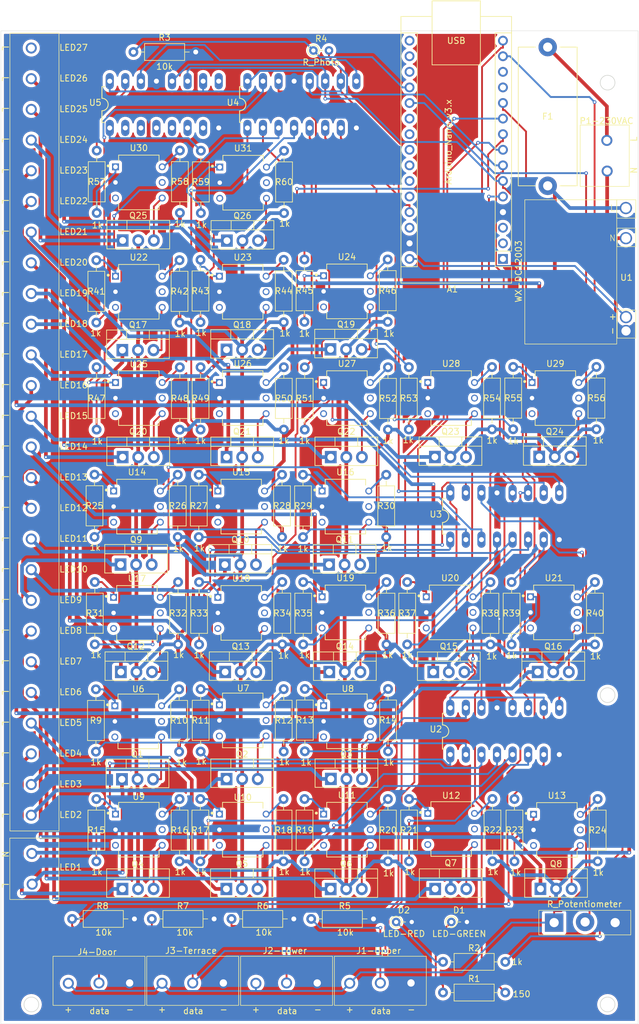
<source format=kicad_pcb>
(kicad_pcb (version 20240108) (generator "pcbnew") (generator_version "8.0")
  (layers (0 "F.Cu" signal) (31 "B.Cu" signal) (34 "B.Paste" user) (35 "F.Paste" user) (36 "B.SilkS" user "B.Silkscreen") (37 "F.SilkS" user "F.Silkscreen") (38 "B.Mask" user) (39 "F.Mask" user) (44 "Edge.Cuts" user))
  (net 0 "")
  (net 2 "motion_sensor_4-D")
  (net 4 "+5V")
  (net 5 "R_Potent")
  (net 8 "SERIAL1")
  (net 13 "RCLK1")
  (net 18 "motion_sensor_3-T")
  (net 19 "R_photo")
  (net 20 "GND")
  (net 21 "motion_sensor_2-L")
  (net 24 "SRCLK1")
  (net 25 "motion_sensor_1-U")
  (net 27 "VIN")
  (net 28 "N")
  (net 29 "L")
  (net 30 "Net-(Q1-G)")
  (net 31 "Net-(Q2-G)")
  (net 32 "LED-1")
  (net 33 "Net-(Q3-G)")
  (net 34 "LED-2")
  (net 35 "LED-3")
  (net 36 "Net-(Q4-G)")
  (net 37 "Net-(Q5-G)")
  (net 38 "LED-4")
  (net 39 "Net-(Q6-G)")
  (net 40 "LED-5")
  (net 41 "LED-6")
  (net 42 "Net-(Q7-G)")
  (net 43 "Net-(Q8-G)")
  (net 44 "LED-7")
  (net 45 "Net-(Q9-G)")
  (net 46 "LED-8")
  (net 47 "Net-(Q10-G)")
  (net 48 "LED-9")
  (net 49 "Net-(Q11-G)")
  (net 50 "LED-10")
  (net 51 "Net-(Q12-G)")
  (net 52 "LED-11")
  (net 53 "LED-12")
  (net 54 "Net-(Q13-G)")
  (net 55 "LED-13")
  (net 56 "Net-(Q14-G)")
  (net 57 "LED-14")
  (net 58 "Net-(Q15-G)")
  (net 59 "Net-(Q16-G)")
  (net 60 "LED-15")
  (net 61 "LED-16")
  (net 62 "Net-(Q17-G)")
  (net 63 "Net-(Q18-G)")
  (net 64 "LED-17")
  (net 65 "LED-18")
  (net 66 "Net-(Q19-G)")
  (net 67 "Net-(Q20-G)")
  (net 68 "LED-19")
  (net 69 "Net-(Q21-G)")
  (net 70 "LED-20")
  (net 71 "LED-21")
  (net 72 "Net-(Q22-G)")
  (net 73 "Net-(Q23-G)")
  (net 74 "LED-22")
  (net 75 "Net-(Q24-G)")
  (net 76 "LED-23")
  (net 77 "LED-24")
  (net 78 "Net-(Q25-G)")
  (net 79 "Net-(Q26-G)")
  (net 80 "LED-25")
  (net 81 "Net-(A1-D12)")
  (net 82 "LED1")
  (net 83 "Net-(A1-D11)")
  (net 84 "Net-(D1-K)")
  (net 85 "LED2")
  (net 86 "Net-(D2-K)")
  (net 87 "LED3")
  (net 89 "Net-(R55-Pad2)")
  (net 90 "Net-(R9-Pad2)")
  (net 91 "LED4")
  (net 92 "Net-(R10-Pad1)")
  (net 93 "Net-(R11-Pad2)")
  (net 94 "LED5")
  (net 95 "Net-(R12-Pad1)")
  (net 96 "LED6")
  (net 97 "Net-(R13-Pad2)")
  (net 98 "Net-(R14-Pad1)")
  (net 99 "LED7")
  (net 100 "Net-(R15-Pad2)")
  (net 101 "Net-(R16-Pad1)")
  (net 102 "LED8")
  (net 103 "Net-(R17-Pad2)")
  (net 104 "Net-(R18-Pad1)")
  (net 105 "LED9")
  (net 106 "Net-(R19-Pad2)")
  (net 107 "Net-(R20-Pad1)")
  (net 108 "Net-(R21-Pad2)")
  (net 109 "LED10")
  (net 110 "Net-(R22-Pad1)")
  (net 111 "LED11")
  (net 112 "Net-(R23-Pad2)")
  (net 113 "Net-(R24-Pad1)")
  (net 114 "LED12")
  (net 115 "Net-(R25-Pad2)")
  (net 116 "Net-(R26-Pad1)")
  (net 117 "LED13")
  (net 118 "Net-(R27-Pad2)")
  (net 119 "Net-(R28-Pad1)")
  (net 120 "LED14")
  (net 121 "Net-(R29-Pad2)")
  (net 122 "Net-(R30-Pad1)")
  (net 123 "LED15")
  (net 124 "Net-(R31-Pad2)")
  (net 125 "Net-(R32-Pad1)")
  (net 126 "Net-(R33-Pad2)")
  (net 127 "LED16")
  (net 128 "Net-(R34-Pad1)")
  (net 129 "LED17")
  (net 130 "Net-(R35-Pad2)")
  (net 131 "Net-(R36-Pad1)")
  (net 132 "Net-(R37-Pad2)")
  (net 133 "LED18")
  (net 134 "Net-(R38-Pad1)")
  (net 135 "Net-(R39-Pad2)")
  (net 136 "LED19")
  (net 137 "Net-(R40-Pad1)")
  (net 138 "Net-(R41-Pad2)")
  (net 139 "LED20")
  (net 140 "Net-(R42-Pad1)")
  (net 141 "LED21")
  (net 142 "Net-(R43-Pad2)")
  (net 143 "Net-(R44-Pad1)")
  (net 144 "Net-(R45-Pad2)")
  (net 145 "LED22")
  (net 146 "Net-(R46-Pad1)")
  (net 147 "LED23")
  (net 148 "Net-(R47-Pad2)")
  (net 149 "Net-(R48-Pad1)")
  (net 150 "Net-(R49-Pad2)")
  (net 151 "LED24")
  (net 152 "Net-(R50-Pad1)")
  (net 153 "Net-(R51-Pad2)")
  (net 154 "LED25")
  (net 155 "Net-(R52-Pad1)")
  (net 156 "LED26")
  (net 157 "Net-(R53-Pad2)")
  (net 158 "Net-(R54-Pad1)")
  (net 159 "SERIAL4")
  (net 160 "SERIAL3")
  (net 161 "SERIAL2")
  (net 221 "LED-26")
  (net 222 "Net-(P1-L)")
  (net 223 "Net-(R56-Pad1)")
  (net 224 "Net-(R57-Pad2)")
  (net 225 "Net-(R58-Pad1)")
  (net 226 "Net-(R59-Pad2)")
  (net 227 "Net-(R60-Pad1)")
  (footprint "Resistor_THT:R_Axial_DIN0207_L6.3mm_D2.5mm_P10.16mm_Horizontal" (layer "F.Cu") (at 57 39.8 -90)
    (property "Reference" "R58" (hide yes))
    (property "Value" "1k")
  )
  (footprint "moc3021:moc3021" (layer "F.Cu") (at 50.2 132.815)
    (property "Reference" "U6")
    (property "Value" "MOC3061M" (hide yes))
  )
  (footprint "Package_TO_SOT_THT:TO-220-3_Vertical" (layer "F.Cu") (at 98.64 160.115)
    (property "Reference" "Q7" (hide yes))
    (property "Value" "BT136-600" (hide yes))
  )
  (footprint "moc3021:moc3021" (layer "F.Cu") (at 67 97.815)
    (property "Reference" "U15")
    (property "Value" "MOC3061M" (hide yes))
  )
  (footprint "moc3021:moc3021" (layer "F.Cu") (at 50 97.815)
    (property "Reference" "U14")
    (property "Value" "MOC3061M" (hide yes))
  )
  (footprint "Resistor_THT:R_Axial_DIN0207_L6.3mm_D2.5mm_P10.16mm_Horizontal" (layer "F.Cu") (at 77.385 137.69 90)
    (property "Reference" "R13" (hide yes))
    (property "Value" "1k")
  )
  (footprint "moc3021:moc3021" (layer "F.Cu") (at 84 97.815)
    (property "Reference" "U16")
    (property "Value" "MOC3061M" (hide yes))
  )
  (footprint "Resistor_THT:R_Axial_DIN0207_L6.3mm_D2.5mm_P10.16mm_Horizontal" (layer "F.Cu") (at 43.3 137.75 90)
    (property "Reference" "R9" (hide yes))
    (property "Value" "1k")
  )
  (footprint "Resistor_THT:R_Axial_DIN0207_L6.3mm_D2.5mm_P10.16mm_Horizontal" (layer "F.Cu") (at 49.42 23.75)
    (property "Reference" "R3")
    (property "Value" "10k")
  )
  (footprint "Resistor_THT:R_Axial_DIN0207_L6.3mm_D2.5mm_P10.16mm_Horizontal" (layer "F.Cu") (at 111.11 110.12 -90)
    (property "Reference" "R39" (hide yes))
    (property "Value" "1k")
  )
  (footprint "Resistor_THT:R_Axial_DIN0207_L6.3mm_D2.5mm_P10.16mm_Horizontal" (layer "F.Cu") (at 43.43 39.81 -90)
    (property "Reference" "R57" (hide yes))
    (property "Value" "1k")
  )
  (footprint "Resistor_THT:R_Axial_DIN0207_L6.3mm_D2.5mm_P10.16mm_Horizontal" (layer "F.Cu") (at 73.94 57.61 -90)
    (property "Reference" "R44" (hide yes))
    (property "Value" "1k")
  )
  (footprint "Shift_Registers:74HC595N" (layer "F.Cu") (at 76.9 32.31)
    (property "Reference" "U4")
    (property "Value" "74HC595")
  )
  (footprint "Resistor_THT:R_Axial_DIN0207_L6.3mm_D2.5mm_P10.16mm_Horizontal" (layer "F.Cu") (at 56.65 92.62 -90)
    (property "Reference" "R26" (hide yes))
    (property "Value" "1k")
  )
  (footprint "Resistor_THT:R_Axial_DIN0207_L6.3mm_D2.5mm_P10.16mm_Horizontal" (layer "F.Cu") (at 60.08 102.79 90)
    (property "Reference" "R27" (hide yes))
    (property "Value" "1k")
  )
  (footprint "Shift_Registers:74HC595N" (layer "F.Cu") (at 54.44 32.31)
    (property "Reference" "U5")
    (property "Value" "74HC595")
  )
  (footprint "Resistor_THT:R_Axial_DIN0207_L6.3mm_D2.5mm_P10.16mm_Horizontal" (layer "F.Cu") (at 73.66 92.62 -90)
    (property "Reference" "R28" (hide yes))
    (property "Value" "1k")
  )
  (footprint "Resistor_THT:R_Axial_DIN0207_L6.3mm_D2.5mm_P10.16mm_Horizontal" (layer "F.Cu") (at 111.37 85.22 90)
    (property "Reference" "R55" (hide yes))
    (property "Value" "1k")
  )
  (footprint "Shift_Registers:74HC595N" (layer "F.Cu") (at 110 134.41)
    (property "Reference" "U2")
    (property "Value" "74HC595")
  )
  (footprint "Package_TO_SOT_THT:TO-220-3_Vertical" (layer "F.Cu") (at 81.37 124.77)
    (property "Reference" "Q14" (hide yes))
    (property "Value" "BT136-600" (hide yes))
  )
  (footprint "Resistor_THT:R_Axial_DIN0207_L6.3mm_D2.5mm_P10.16mm_Horizontal" (layer "F.Cu") (at 56.99 75.12 -90)
    (property "Reference" "R48" (hide yes))
    (property "Value" "1k")
  )
  (footprint "Resistor_THT:R_Axial_DIN0207_L6.3mm_D2.5mm_P10.16mm_Horizontal" (layer "F.Cu") (at 77.08 102.79 90)
    (property "Reference" "R29" (hide yes))
    (property "Value" "1k")
  )
  (footprint "Package_TO_SOT_THT:TO-220-3_Vertical" (layer "F.Cu") (at 64.62 142.21)
    (property "Reference" "Q2" (hide yes))
    (property "Value" "BT136-600" (hide yes))
  )
  (footprint "Package_TO_SOT_THT:TO-220-3_Vertical" (layer "F.Cu") (at 64.62 89.76)
    (property "Reference" "Q21" (hide yes))
    (property "Value" "BT136-600" (hide yes))
  )
  (footprint "moc3021:moc3021" (layer "F.Cu") (at 50.3 150.46)
    (property "Reference" "U9")
    (property "Value" "MOC3061M" (hide yes))
  )
  (footprint "Resistor_THT:R_Axial_DIN0207_L6.3mm_D2.5mm_P10.16mm_Horizontal" (layer "F.Cu") (at 56.95 145.465 -90)
    (property "Reference" "R16" (hide yes))
    (property "Value" "1k")
  )
  (footprint "Resistor_THT:R_Axial_DIN0207_L6.3mm_D2.5mm_P10.16mm_Horizontal" (layer "F.Cu") (at 90.94 75.12 -90)
    (property "Reference" "R52" (hide yes))
    (property "Value" "1k")
  )
  (footprint "Resistor_THT:R_Axial_DIN0207_L6.3mm_D2.5mm_P10.16mm_Horizontal" (layer "F.Cu") (at 60.36 67.77 90)
    (property "Reference" "R43" (hide yes))
    (property "Value" "1k")
  )
  (footprint "Package_TO_SOT_THT:TO-220-3_Vertical" (layer "F.Cu") (at 115.37 124.77)
    (property "Reference" "Q16" (hide yes))
    (property "Value" "BT136-600" (hide yes))
  )
  (footprint "Resistor_THT:R_Axial_DIN0207_L6.3mm_D2.5mm_P10.16mm_Horizontal" (layer "F.Cu") (at 90.96 127.53 -90)
    (property "Reference" "R14" (hide yes))
    (property "Value" "1k")
  )
  (footprint "Resistor_THT:R_Axial_DIN0204_L3.6mm_D1.6mm_P2.54mm_Vertical" (layer "F.Cu") (at 78.78 23.5)
    (property "Reference" "R4")
    (property "Value" "R_Photo")
  )
  (footprint "moc3021:moc3021" (layer "F.Cu") (at 49.99 115.14)
    (property "Reference" "U17")
    (property "Value" "MOC3061M" (hide yes))
  )
  (footprint "moc3021:moc3021" (layer "F.Cu") (at 50.3 45)
    (property "Reference" "U30")
    (property "Value" "MOC3061M" (hide yes))
  )
  (footprint "Package_TO_SOT_THT:TO-220-3_Vertical" (layer "F.Cu") (at 98.595 89.735)
    (property "Reference" "Q23" (hide yes))
    (property "Value" "BT136-600" (hide yes))
  )
  (footprint "Resistor_THT:R_Axial_DIN0207_L6.3mm_D2.5mm_P10.16mm_Horizontal" (layer "F.Cu") (at 73.99 39.84 -90)
    (property "Reference" "R60" (hide yes))
    (property "Value" "1k")
  )
  (footprint "Package_TO_SOT_THT:TO-220-3_Vertical" (layer "F.Cu") (at 47.545 142.245)
    (property "Reference" "Q1" (hide yes))
    (property "Value" "BT136-600" (hide yes))
  )
  (footprint "Resistor_THT:R_Axial_DIN0207_L6.3mm_D2.5mm_P10.16mm_Horizontal" (layer "F.Cu") (at 77.12 120.28 90)
    (property "Reference" "R35" (hide yes))
    (property "Value" "1k")
  )
  (footprint "Resistor_THT:R_Axial_DIN0207_L6.3mm_D2.5mm_P10.16mm_Horizontal" (layer "F.Cu") (at 90.935 145.465 -90)
    (property "Reference" "R20" (hide yes))
    (property "Value" "1k")
  )
  (footprint "Resistor_THT:R_Axial_DIN0207_L6.3mm_D2.5mm_P10.16mm_Horizontal" (layer "F.Cu") (at 125.15 145.465 -90)
    (property "Reference" "R24" (hide yes))
    (property "Value" "1k")
  )
  (footprint "Resistor_THT:R_Axial_DIN0207_L6.3mm_D2.5mm_P10.16mm_Horizontal" (layer "F.Cu") (at 94.35 75.09 -90)
    (property "Reference" "R53" (hide yes))
    (property "Value" "1k")
  )
  (footprint "moc3021:moc3021" (layer "F.Cu") (at 101.25 80.14)
    (property "Reference" "U28")
    (property "Value" "MOC3061M" (hide yes))
  )
  (footprint "Resistor_THT:R_Axial_DIN0207_L6.3mm_D2.5mm_P10.16mm_Horizontal" (layer "F.Cu") (at 107.66 110.13 -90)
    (property "Reference" "R38" (hide yes))
    (property "Value" "1k")
  )
  (footprint "Resistor_THT:R_Axial_DIN0207_L6.3mm_D2.5mm_P10.16mm_Horizontal" (layer "F.Cu") (at 90.66 92.63 -90)
    (property "Reference" "R30" (hide yes))
    (property "Value" "1k")
  )
  (footprint "moc3021:moc3021" (layer "F.Cu") (at 118 115.06)
    (property "Reference" "U21")
    (property "Value" "MOC3061M" (hide yes))
  )
  (footprint "Screw_Terminals:terminalx02x2.5mmPitch" (layer "F.Cu") (at 122.3 45.65 90)
    (property "Reference" "P1-230VAC")
    (property "Value" "Conn_Plug_230VAC" (hide yes))
  )
  (footprint "Package_TO_SOT_THT:TO-220-3_Vertical" (layer "F.Cu") (at 47.66 89.76)
    (property "Reference" "Q20" (hide yes))
    (property "Value" "BT136-600" (hide yes))
  )
  (footprint "Resistor_THT:R_Axial_DIN0207_L6.3mm_D2.5mm_P10.16mm_Horizontal" (layer "F.Cu") (at 90.8975 57.555 -90)
    (property "Reference" "R46" (hide yes))
    (property "Value" "1k")
  )
  (footprint "Package_TO_SOT_THT:TO-220-3_Vertical" (layer "F.Cu") (at 81.33 107.275)
    (property "Reference" "Q11" (hide yes))
    (property "Value" "BT136-600" (hide yes))
  )
  (footprint "moc3021:moc3021" (layer "F.Cu") (at 118.25 80.14)
    (property "Reference" "U29")
    (property "Value" "MOC3061M" (hide yes))
  )
  (footprint "Resistor_THT:R_Axial_DIN0207_L6.3mm_D2.5mm_P10.16mm_Horizontal" (layer "F.Cu") (at 124.95 75.06 -90)
    (property "Reference" "R56" (hide yes))
    (property "Value" "1k")
  )
  (footprint "Fuse:Fuseholder_Cylinder-5x20mm_Stelvio-Kontek_PTF78_Horizontal_Open" (layer "F.Cu") (at 117 22.95 -90)
    (property "Reference" "F1")
    (property "Value" "Fuse" (hide yes))
  )
  (footprint "Resistor_THT:R_Axial_DIN0207_L6.3mm_D2.5mm_P10.16mm_Horizontal" (layer "F.Cu") (at 43.37 67.83 90)
    (property "Reference" "R41" (hide yes))
    (property "Value" "1k")
  )
  (footprint "moc3021:moc3021" (layer "F.Cu") (at 84.25 62.75)
    (property "Reference" "U24")
    (property "Value" "MOC3061M" (hide yes))
  )
  (footprint "moc3021:moc3021" (layer "F.Cu") (at 118.5 150.5)
    (property "Reference" "U13")
    (property "Value" "MOC3061M" (hide yes))
  )
  (footprint "Resistor_THT:R_Axial_DIN0207_L6.3mm_D2.5mm_P10.16mm_Horizontal" (layer "F.Cu") (at 43.07 102.77 90)
    (property "Reference" "R25" (hide yes))
    (property "Value" "1k")
  )
  (footprint "Resistor_THT:R_Axial_DIN0204_L3.6mm_D1.6mm_P2.54mm_Vertical" (layer "F.Cu") (at 101.28 165.5)
    (property "Reference" "D1")
    (property "Value" "LED-GREEN")
  )
  (footprint "Resistor_THT:R_Axial_DIN0207_L6.3mm_D2.5mm_P10.16mm_Horizontal" (layer "F.Cu") (at 73.95 75.11 -90)
    (property "Reference" "R50" (hide yes))
    (property "Value" "1k")
  )
  (footprint "Package_TO_SOT_THT:TO-220-3_Vertical" (layer "F.Cu") (at 115.82 160.105)
    (property "Reference" "Q8" (hide yes))
    (property "Value" "BT136-600" (hide yes))
  )
  (footprint "Resistor_THT:R_Axial_DIN0207_L6.3mm_D2.5mm_P10.16mm_Horizontal" (layer "F.Cu") (at 56.94 57.67 -90)
    (property "Reference" "R42" (hide yes))
    (property "Value" "1k")
  )
  (footprint "Package_TO_SOT_THT:TO-220-3_Vertical" (layer "F.Cu") (at 81.57 72.2)
    (property "Reference" "Q19" (hide yes))
    (property "Value" "BT136-600" (hide yes))
  )
  (footprint "Resistor_THT:R_Axial_DIN0207_L6.3mm_D2.5mm_P10.16mm_Horizontal" (layer "F.Cu") (at 77.3175 57.555 -90)
    (property "Reference" "R45" (hide yes))
    (property "Value" "1k")
  )
  (footprint "Screw_Terminals:terminalx02x2.5mmPitch" (layer "F.Cu") (at 37.25 151.8375 -90)
    (property "Reference" "J6" (hide yes))
    (property "Value" "Conn_01x02" (hide yes))
  )
  (footprint "Shift_Registers:74HC595N" (layer "F.Cu") (at 110 99.39)
    (property "Reference" "U3")
    (property "Value" "74HC595")
  )
  (footprint "AC_DC_converters:WX-DC12003" (layer "F.Cu") (at 113.2625 72.0425 90)
    (property "Reference" "U1")
    (property "Value" "WX-DC12003" (hide yes))
  )
  (footprint "Resistor_THT:R_Axial_DIN0207_L6.3mm_D2.5mm_P10.16mm_Horizontal" (layer "F.Cu") (at 90.7 110.12 -90)
    (property "Reference" "R36" (hide yes))
    (property "Value" "1k")
  )
  (footprint "Package_TO_SOT_THT:TO-220-3_Vertical" (layer "F.Cu") (at 47.63 160.115)
    (property "Reference" "Q4" (hide yes))
    (property "Value" "BT136-600" (hide yes))
  )
  (footprint "Package_TO_SOT_THT:TO-220-3_Vertical" (layer "F.Cu") (at 47.62 72.32)
    (property "Reference" "Q17" (hide yes))
    (property "Value" "BT136-600" (hide yes))
  )
  (footprint "Resistor_THT:R_Axial_DIN0207_L6.3mm_D2.5mm_P10.16mm_Horizontal" (layer "F.Cu") (at 78.42 165)
    (property "Reference" "R5")
    (property "Value" "10k")
  )
  (footprint "Resistor_THT:R_Axial_DIN0207_L6.3mm_D2.5mm_P10.16mm_Horizontal" (layer "F.Cu") (at 60.385 137.725 90)
    (property "Reference" "R11" (hide yes))
    (property "Value" "1k")
  )
  (footprint "Resistor_THT:R_Axial_DIN0207_L6.3mm_D2.5mm_P10.16mm_Horizontal" (layer "F.Cu") (at 77.335 155.625 90)
    (property "Reference" "R19" (hide yes))
    (property "Value" "1k")
  )
  (footprint "moc3021:moc3021" (layer "F.Cu") (at 84.25 150.46)
    (property "Reference" "U11")
    (property "Value" "MOC3061M" (hide yes))
  )
  (footprint "Screw_Terminals:terminalx03x2.5mmPitch" (layer "F.Cu") (at 36.3 171.0875)
    (property "Reference" "J4-Door")
    (property "Value" "Screw_Terminal_01x03" (hide yes))
  )
  (footprint "Resistor_THT:R_Axial_DIN0207_L6.3mm_D2.5mm_P10.16mm_Horizontal" (layer "F.Cu") (at 43.375 155.625 90)
    (property "Reference" "R15" (hide yes))
    (property "Value" "1k")
  )
  (footprint "Resistor_THT:R_Axial_DIN0207_L6.3mm_D2.5mm_P10.16mm_Horizontal" (layer "F.Cu") (at 111.575 145.465 -90)
    (property "Reference" "R23" (hide yes))
    (property "Value" "1k")
  )
  (footprint "Resistor_THT:R_Axial_DIN0207_L6.3mm_D2.5mm_P10.16mm_Horizontal" (layer "F.Cu") (at 73.7 110.11 -90)
    (property "Reference" "R34" (hide yes))
    (property "Value" "1k")
  )
  (footprint "Resistor_THT:R_Axial_DIN0207_L6.3mm_D2.5mm_P10.16mm_Horizontal" (layer "F.Cu") (at 60.335 155.625 90)
    (property "Reference" "R17" (hide yes))
    (property "Value" "1k")
  )
  (footprint "Package_TO_SOT_THT:TO-220-3_Vertical" (layer "F.Cu") (at 81.61 89.76)
    (property "Reference" "Q22" (hide yes))
    (property "Value" "BT136-600" (hide yes))
  )
  (footprint "Package_TO_SOT_THT:TO-220-3_Vertical" (layer "F.Cu") (at 64.33 107.275)
    (property "Reference" "Q10" (hide yes))
    (property "Value" "BT136-600" (hide yes))
  )
  (footprint "moc3021:moc3021" (layer "F.Cu") (at 67.25 62.815)
    (property "Reference" "U23")
    (property "Value" "MOC3061M" (hide yes))
  )
  (footprint "Resistor_THT:R_Axial_DIN0207_L6.3mm_D2.5mm_P10.16mm_Horizontal" (layer "F.Cu") (at 60.13 120.28 90)
    (property "Reference" "R33" (hide yes))
    (property "Value" "1k")
  )
  (footprint "Resistor_THT:R_Axial_DIN0207_L6.3mm_D2.5mm_P10.16mm_Horizontal" (layer "F.Cu") (at 77.36 75.12 -90)
    (property "Reference" "R51" (hide yes))
    (property "Value" "1k")
  )
  (footprint "Resistor_THT:R_Axial_DIN0207_L6.3mm_D2.5mm_P10.16mm_Horizontal" (layer "F.Cu") (at 56.7 110.11 -90)
    (property "Reference" "R32" (hide yes))
    (property "Value" "1k")
  )
  (footprint "Screw_Terminals:terminalx03x2.5mmPitch" (layer "F.Cu") (at 82.2 171.0875)
    (property "Reference" "J1-Upper")
    (property "Value" "Screw_Terminal_01x03" (hide yes))
  )
  (footprint "Resistor_THT:R_Axial_DIN0207_L6.3mm_D2.5mm_P10.16mm_Horizontal" (layer "F.Cu") (at 49.58 165 180)
    (property "Reference" "R8")
    (property "Value" "10k")
  )
  (footprint "moc3021:moc3021" (layer "F.Cu") (at 67.25 150.46)
    (property "Reference" "U10")
    (property "Value" "MOC3061M" (hide yes))
  )
  (footprint "Resistor_THT:R_Axial_DIN0207_L6.3mm_D2.5mm_P10.16mm_Horizontal" (layer "F.Cu") (at 43.12 120.27 90)
    (property "Reference" "R31" (hide yes))
    (property "Value" "1k")
  )
  (footprint "Package_TO_SOT_THT:TO-220-3_Vertical" (layer "F.Cu") (at 98.33 124.775)
    (property "Reference" "Q15")
    (property "Value" "BT136-600" (hide yes))
  )
  (footprint "Package_TO_SOT_THT:TO-220-3_Vertical" (layer "F.Cu") (at 64.38 124.765)
    (property "Reference" "Q13" (hide yes))
    (property "Value" "BT136-600" (hide yes))
  )
  (footprint "Resistor_THT:R_Axial_DIN0207_L6.3mm_D2.5mm_P10.16mm_Horizontal" (layer "F.Cu") (at 75.58 165 180)
    (property "Reference" "R6")
    (property "Value" "10k")
  )
  (footprint "Resistor_THT:R_Axial_DIN0207_L6.3mm_D2.5mm_P10.16mm_Horizontal" (layer "F.Cu") (at 94.385 155.615 90)
    (property "Reference" "R21" (hide yes))
    (property "Value" "1k")
  )
  (footprint "Resistor_THT:R_Axial_DIN0207_L6.3mm_D2.5mm_P10.16mm_Horizontal" (layer "F.Cu") (at 110.08 177 180)
    (property "Reference" "R1")
    (property "Value" "150")
  )
  (footprint "Screw_Terminals:terminalx03x2.5mmPitch" (layer "F.Cu") (at 66.9 171.0875)
    (property "Reference" "J2-Lower")
    (property "Value" "Screw_Terminal_01x03" (hide yes))
  )
  (footprint "moc3021:moc3021" (layer "F.Cu") (at 101 115.06)
    (property "Reference" "U20")
    (property "Value" "MOC3061M" (hide yes))
  )
  (footprint "moc3021:moc3021" (layer "F.Cu") (at 50.3 80.14)
    (property "Reference" "U25")
    (property "Value" "MOC3061M" (hide yes))
  )
  (footprint "Package_TO_SOT_THT:TO-220-3_Vertical" (layer "F.Cu") (at 64.58 160.115)
    (property "Reference" "Q5" (hide yes))
    (property "Value" "BT136-600" (hide yes))
  )
  (footprint "Resistor_THT:R_Axial_DIN0207_L6.3mm_D2.5mm_P10.16mm_Horizontal" (layer "F.Cu") (at 60.37 85.27 90)
    (property "Reference" "R49" (hide yes))
    (property "Value" "1k")
  )
  (footprint "Package_TO_SOT_THT:TO-220-3_Vertical" (layer "F.Cu") (at 47.67 54.455)
    (property "Reference" "Q25" (hide yes))
    (property "Value" "BT136-600" (hide yes))
  )
  (footprint "Package_TO_SOT_THT:TO-220-3_Vertical" (layer "F.Cu") (at 115.62 89.71)
    (property "Reference" "Q24" (hide yes))
    (property "Value" "BT136-600" (hide yes))
  )
  (footprint "Resistor_THT:Potentiometer_5k" (layer "F.Cu") (at 115.55 163.6)
    (property "Reference" "R_Potentiometer")
    (property "Value" "R_Potentiometer" (hide yes))
  )
  (footprint "Module:Arduino_Nano" (layer "F.Cu") (at 109.7 57.46 180)
    (property "Reference" "A1")
    (property "Value" "Arduino_Nano_v3.x")
  )
  (footprint "Resistor_THT:R_Axial_DIN0207_L6.3mm_D2.5mm_P10.16mm_Horizontal" (layer "F.Cu") (at 60.42 39.83 -90)
    (property "Reference" "R59" (hide yes))
    (property "Value" "1k")
  )
  (footprint "moc3021:moc3021" (layer "F.Cu") (at 67.31 45.04)
    (property "Reference" "U31")
    (property "Value" "MOC3061M" (hide yes))
  )
  (footprint "Resistor_THT:R_Axial_DIN0207_L6.3mm_D2.5mm_P10.16mm_Horizontal" (layer "F.Cu") (at 107.985 145.455 -90)
    (property "Reference" "R22" (hide yes))
    (property "Value" "1k")
  )
  (footprint "moc3021:moc3021" (layer "F.Cu") (at 67.25 80.14)
    (property "Reference" "U26")
    (property "Value" "MOC3061M" (hide yes))
  )
  (footprint "Package_TO_SOT_THT:TO-220-3_Vertical" (layer "F.Cu") (at 81.63 142.19)
    (property "Reference" "Q3" (hide yes))
    (property "Value" "BT136-600" (hide yes))
  )
  (footprint "Screw_Terminals:terminalx26x2.5mmPitch" (layer "F.Cu") (at 29.15 20.6)
    (property "Reference" "J5" (hide yes))
    (property "Value" "Screw_Terminal_01x26" (hide yes))
  )
  (footprint "Screw_Terminals:terminalx03x2.5mmPitch" (layer "F.Cu") (at 51.5875 171.0875)
    (property "Reference" "J3-Terrace")
    (property "Value" "Screw_Terminal_01x03" (hide yes))
  )
  (footprint "Package_TO_SOT_THT:TO-220-3_Vertical" (layer "F.Cu") (at 47.37 124.765)
    (property "Reference" "Q12")
    (property "Value" "BT136-600" (hide yes))
  )
  (footprint "Resistor_THT:R_Axial_DIN0207_L6.3mm_D2.5mm_P10.16mm_Horizontal" (layer "F.Cu") (at 94.08 120.28 90)
    (property "Reference" "R37" (hide yes))
    (property "Value" "1k")
  )
  (footprint "moc3021:moc3021" (layer "F.Cu") (at 84.25 80.14)
    (property "Reference" "U27")
    (property "Value" "MOC3061M" (hide yes))
  )
  (footprint "Package_TO_SOT_THT:TO-220-3_Vertical" (layer "F.Cu") (at 64.61 72.26)
    (property "Reference" "Q18" (hide yes))
    (property "Value" "BT136-600" (hide yes))
  )
  (footprint "Resistor_THT:R_Axial_DIN0207_L6.3mm_D2.5mm_P10.16mm_Horizontal" (layer "F.Cu") (at 73.91 145.465 -90)
    (property "Reference" "R18" (hide yes))
    (property "Value" "1k")
  )
  (footprint "Package_TO_SOT_THT:TO-220-3_Vertical" (layer "F.Cu") (at 47.32 107.265)
    (property "Reference" "Q9" (hide yes))
    (property "Value" "BT136-600" (hide yes))
  )
  (footprint "Resistor_THT:R_Axial_DIN0204_L3.6mm_D1.6mm_P2.54mm_Vertical" (layer "F.Cu") (at 92.28 165.5)
    (property "Reference" "D2")
    (property "Value" "LED-RED")
  )
  (footprint "moc3021:moc3021" (layer "F.Cu") (at 84.25 132.8)
    (property "Reference" "U8")
    (property "Value" "MOC3061M" (hide yes))
  )
  (footprint "moc3021:moc3021" (layer "F.Cu") (at 67 115.14)
    (property "Reference" "U18")
    (property "Value" "MOC3061M" (hide yes))
  )
  (footprint "moc3021:moc3021" (layer "F.Cu") (at 101.25 150.35)
    (property "Reference" "U12")
    (property "Value" "MOC3061M" (hide yes))
  )
  (footprint "Resistor_THT:R_Axial_DIN0207_L6.3mm_D2.5mm_P10.16mm_Horizontal" (layer "F.Cu") (at 73.935 127.565 -90)
    (property "Reference" "R12" (hide yes))
    (property "Value" "1k")
  )
  (footprint "Resistor_THT:R_Axial_DIN0207_L6.3mm_D2.5mm_P10.16mm_Horizontal" (layer "F.Cu") (at 107.92 75.08 -90)
    (property "Reference" "R54" (hide yes))
    (property "Value" "1k")
  )
  (footprint "Resistor_THT:R_Axial_DIN0207_L6.3mm_D2.5mm_P10.16mm_Horizontal" (layer "F.Cu") (at 43.41 85.27 90)
    (property "Reference" "R47" (hide yes))
    (property "Value" "1k")
  )
  (footprint "Resistor_THT:R_Axial_DIN0207_L6.3mm_D2.5mm_P10.16mm_Horizontal" (layer "F.Cu") (at 124.7 110.12 -90)
    (property "Reference" "R40" (hide yes))
    (property "Value" "1k")
  )
  (footprint "moc3021:moc3021" (layer "F.Cu") (at 67.25 132.66)
    (property "Reference" "U7")
    (property "Value" "MOC3061M" (hide yes))
  )
  (footprint "Resistor_THT:R_Axial_DIN0207_L6.3mm_D2.5mm_P10.16mm_Horizontal" (layer "F.Cu") (at 62.58 165 180)
    (property "Reference" "R7")
    (property "Value" "10k")
  )
  (footprint "Package_TO_SOT_THT:TO-220-3_Vertical" (layer "F.Cu") (at 81.59 160.125)
    (property "Reference" "Q6" (hide yes))
    (property "Value" "BT136-600" (hide yes))
  )
  (footprint "Resistor_THT:R_Axial_DIN0207_L6.3mm_D2.5mm_P10.16mm_Horizontal" (layer "F.Cu") (at 110.08 172 180)
    (property "Reference" "R2")
    (property "Value" "1k")
  )
  (footprint "Package_TO_SOT_THT:TO-220-3_Vertical" (layer "F.Cu") (at 64.67 54.485)
    (property "Reference" "Q26" (hide yes))
    (property "Value" "BT136-600" (hide yes))
  )
  (footprint "moc3021:moc3021" (layer "F.Cu") (at 50.3 62.815)
    (property "Reference" "U22")
    (property "Value" "MOC3061M" (hide yes))
  )
  (footprint "moc3021:moc3021" (layer "F.Cu") (at 84 115.06)
    (property "Reference" "U19")
    (property "Value" "MOC3061M" (hide yes))
  )
  (footprint "Resistor_THT:R_Axial_DIN0207_L6.3mm_D2.5mm_P10.16mm_Horizontal" (layer "F.Cu") (at 56.875 127.59 -90)
    (property "Reference" "R10" (hide yes))
    (property "Value" "1k")
  )
  (gr_circle (center 126.77 28.74) (end 127.97 28.74) (stroke (width 0.1)) (fill none) (layer "Edge.Cuts"))
  (gr_rect (start 27.8 20.295) (end 131.74 182.115) (stroke (width 0.05)) (fill none) (layer "Edge.Cuts"))
  (gr_circle (center 32.77 178.94) (end 33.97 178.94) (stroke (width 0.1)) (fill none) (layer "Edge.Cuts"))
  (gr_circle (center 126.77 128.54) (end 127.97 128.54) (stroke (width 0.1)) (fill none) (layer "Edge.Cuts"))
  (gr_circle (center 126.77 178.94) (end 127.97 178.94) (stroke (width 0.1)) (fill none) (layer "Edge.Cuts"))
  (gr_text "LED24" (at 37.25 38.615 0) (layer "F.SilkS") (effects (font (size 1 1)) (justify left bottom)))
  (gr_text "LED17" (at 37.25 73.615 0) (layer "F.SilkS") (effects (font (size 1 1)) (justify left bottom)))
  (gr_text "LED7" (at 37.25 123.615 0) (layer "F.SilkS") (effects (font (size 1 1)) (justify left bottom)))
  (gr_text "LED18" (at 37.25 68.615 0) (layer "F.SilkS") (effects (font (size 1 1)) (justify left bottom)))
  (gr_text "LED21" (at 37.25 53.615 0) (layer "F.SilkS") (effects (font (size 1 1)) (justify left bottom)))
  (gr_text "LED20" (at 37.25 58.615 0) (layer "F.SilkS") (effects (font (size 1 1)) (justify left bottom)))
  (gr_text "LED14" (at 37.25 88.615 0) (layer "F.SilkS") (effects (font (size 1 1)) (justify left bottom)))
  (gr_text "LED9" (at 37.25 113.615 0) (layer "F.SilkS") (effects (font (size 1 1)) (justify left bottom)))
  (gr_text "LED3" (at 37.25 143.615 0) (layer "F.SilkS") (effects (font (size 1 1)) (justify left bottom)))
  (gr_text "LED19" (at 37.25 63.615 0) (layer "F.SilkS") (effects (font (size 1 1)) (justify left bottom)))
  (gr_text "LED2" (at 37.25 148.615 0) (layer "F.SilkS") (effects (font (size 1 1)) (justify left bottom)))
  (gr_text "LED26" (at 37.25 28.615 0) (layer "F.SilkS") (effects (font (size 1 1)) (justify left bottom)))
  (gr_text "LED27" (at 37.25 23.615 0) (layer "F.SilkS") (effects (font (size 1 1)) (justify left bottom)))
  (gr_text "LED13" (at 37.25 93.615 0) (layer "F.SilkS") (effects (font (size 1 1)) (justify left bottom)))
  (gr_text "LED15" (at 37.25 83.615 0) (layer "F.SilkS") (effects (font (size 1 1)) (justify left bottom)))
  (gr_text "LED8" (at 37.25 118.615 0) (layer "F.SilkS") (effects (font (size 1 1)) (justify left bottom)))
  (gr_text "LED1" (at 37.25 157.165 0) (layer "F.SilkS") (effects (font (size 1 1)) (justify left bottom)))
  (gr_text "LED10" (at 37.25 108.615 0) (layer "F.SilkS") (effects (font (size 1 1)) (justify left bottom)))
  (gr_text "LED4" (at 37.25 138.615 0) (layer "F.SilkS") (effects (font (size 1 1)) (justify left bottom)))
  (gr_text "LED25" (at 37.25 33.615 0) (layer "F.SilkS") (effects (font (size 1 1)) (justify left bottom)))
  (gr_text "LED12" (at 37.25 98.615 0) (layer "F.SilkS") (effects (font (size 1 1)) (justify left bottom)))
  (gr_text "LED16" (at 37.25 78.615 0) (layer "F.SilkS") (effects (font (size 1 1)) (justify left bottom)))
  (gr_text "LED23" (at 37.25 43.615 0) (layer "F.SilkS") (effects (font (size 1 1)) (justify left bottom)))
  (gr_text "LED6" (at 37.25 128.615 0) (layer "F.SilkS") (effects (font (size 1 1)) (justify left bottom)))
  (gr_text "LED22" (at 37.25 48.615 0) (layer "F.SilkS") (effects (font (size 1 1)) (justify left bottom)))
  (gr_text "LED5" (at 37.25 133.615 0) (layer "F.SilkS") (effects (font (size 1 1)) (justify left bottom)))
  (gr_text "LED11" (at 37.25 103.615 0) (layer "F.SilkS") (effects (font (size 1 1)) (justify left bottom)))
  (segment (start 114.8592 126.8505) (end 113.2733 125.2646) (width 0.3) (layer "F.Cu") (net 2))
  (segment (start 110.622 156.3008) (end 110.4233 156.1021) (width 0.3) (layer "F.Cu") (net 2))
  (segment (start 112.54 135.8291) (end 114.8592 133.5099) (width 0.3) (layer "F.Cu") (net 2))
  (segment (start 39.42 165) (end 39.42 166.1517) (width 0.3) (layer "F.Cu") (net 2))
  (segment (start 39.42 166.1517) (end 43.8 170.5317) (width 0.3) (layer "F.Cu") (net 2))
  (segment (start 112.54 139.1312) (end 112.54 135.8291) (width 0.3) (layer "F.Cu") (net 2))
  (segment (start 110.4233 156.1021) (end 110.4233 141.2479) (width 0.3) (layer "F.Cu") (net 2))
  (segment (start 113.2733 125.2646) (end 113.2733 107.7676) (width 0.3) (layer "F.Cu") (net 2))
  (segment (start 114.8416 106.1993) (end 114.8416 93.4973) (width 0.3) (layer "F.Cu") (net 2))
  (segment (start 110.4233 141.2479) (end 112.54 139.1312) (width 0.3) (layer "F.Cu") (net 2))
  (segment (start 113.4638 36.707) (end 109.9685 33.2117) (width 0.3) (layer "F.Cu") (net 2))
  (segment (start 113.4638 92.1195) (end 113.4638 36.707) (width 0.3) (layer "F.Cu") (net 2))
  (segment (start 114.8416 93.4973) (end 113.4638 92.1195) (width 0.3) (layer "F.Cu") (net 2))
  (segment (start 110.622 162.5782) (end 110.622 156.3008) (width 0.3) (layer "F.Cu") (net 2))
  (segment (start 109.9685 33.2117) (end 109.7 33.2117) (width 0.3) (layer "F.Cu") (net 2))
  (segment (start 113.2733 107.7676) (end 114.8416 106.1993) (width 0.3) (layer "F.Cu") (net 2))
  (segment (start 114.8592 133.5099) (end 114.8592 126.8505) (width 0.3) (layer "F.Cu") (net 2))
  (segment (start 43.8 170.5317) (end 43.8 175.4375) (width 0.3) (layer "F.Cu") (net 2))
  (segment (start 109.7 32.06) (end 109.7 33.2117) (width 0.3) (layer "F.Cu") (net 2))
  (via (at 110.622 162.5782) (size 0.6) (drill 0.3) (layers "F.Cu" "B.Cu") (net 2))
  (segment (start 39.42 165) (end 40.5717 165) (width 0.3) (layer "B.Cu") (net 2))
  (segment (start 40.5717 165) (end 42.9935 162.5782) (width 0.3) (layer "B.Cu") (net 2))
  (segment (start 42.9935 162.5782) (end 110.622 162.5782) (width 0.3) (layer "B.Cu") (net 2))
  (segment (start 81.32 23.5) (end 81.32 24.5517) (width 0.3) (layer "F.Cu") (net 4))
  (segment (start 102.1221 98.2646) (end 102.1221 121.7202) (width 0.3) (layer "F.Cu") (net 4))
  (segment (start 92.695 39.6175) (end 92.695 48.6883) (width 0.3) (layer "F.Cu") (net 4))
  (segment (start 102.1221 121.7202) (end 103.7411 123.3392) (width 0.3) (layer "F.Cu") (net 4))
  (segment (start 83.25 26.4817) (end 83.25 28.5) (width 0.3) (layer "F.Cu") (net 4))
  (segment (start 101.11 130.6) (end 101.11 128.9275) (width 0.3) (layer "F.Cu") (net 4))
  (segment (start 83.25 30.1725) (end 92.695 39.6175) (width 0.3) (layer "F.Cu") (net 4))
  (segment (start 101.11 97.2525) (end 102.1221 98.2646) (width 0.3) (layer "F.Cu") (net 4))
  (segment (start 105.1243 124.5974) (end 105.1243 125.018) (width 0.3) (layer "F.Cu") (net 4))
  (segment (start 123.263 159.6926) (end 119.2073 163.7483) (width 0.3) (layer "F.Cu") (net 4))
  (segment (start 118.05 165.6) (end 118.05 163.7483) (width 0.3) (layer "F.Cu") (net 4))
  (segment (start 116.35 130.6) (end 116.35 132.2725) (width 0.3) (layer "F.Cu") (net 4))
  (segment (start 103.8661 123.3392) (end 105.1243 124.5974) (width 0.3) (layer "F.Cu") (net 4))
  (segment (start 94.46 48.6883) (end 92.695 48.6883) (width 0.3) (layer "F.Cu") (net 4))
  (segment (start 83.25 28.5) (end 83.25 30.1725) (width 0.3) (layer "F.Cu") (net 4))
  (segment (start 105.1243 125.018) (end 101.2148 128.9275) (width 0.3) (layer "F.Cu") (net 4))
  (segment (start 92.695 95.3109) (end 92.695 48.6883) (width 0.3) (layer "F.Cu") (net 4))
  (segment (start 101.2148 128.9275) (end 101.11 128.9275) (width 0.3) (layer "F.Cu") (net 4))
  (segment (start 119.2073 163.7483) (end 118.05 163.7483) (width 0.3) (layer "F.Cu") (net 4))
  (segment (start 81.32 24.5517) (end 83.25 26.4817) (width 0.3) (layer "F.Cu") (net 4))
  (segment (start 103.7411 123.3392) (end 103.8661 123.3392) (width 0.3) (layer "F.Cu") (net 4))
  (segment (start 123.263 139.1855) (end 123.263 159.6926) (width 0.3) (layer "F.Cu") (net 4))
  (segment (start 94.46 49.84) (end 94.46 48.6883) (width 0.3) (layer "F.Cu") (net 4))
  (segment (start 116.35 132.2725) (end 123.263 139.1855) (width 0.3) (layer "F.Cu") (net 4))
  (segment (start 101.11 95.58) (end 101.11 97.2525) (width 0.3) (layer "F.Cu") (net 4))
  (via (at 92.695 95.3109) (size 0.6) (drill 0.3) (layers "F.Cu" "B.Cu") (net 4))
  (segment (start 55.3368 176.7368) (end 69.4 176.7368) (width 0.3) (layer "B.Cu") (net 4))
  (segment (start 40.0338 176.7213) (end 38.8 175.4875) (width 0.3) (layer "B.Cu") (net 4))
  (segment (start 45.55 30.1725) (end 60.79 30.1725) (width 0.3) (layer "B.Cu") (net 4))
  (segment (start 101.11 130.6) (end 101.11 128.9275) (width 0.3) (layer "B.Cu") (net 4))
  (segment (start 80.2526 30.1725) (end 83.25 30.1725) (width 0.3) (layer "B.Cu") (net 4))
  (segment (start 78.6075 26.8275) (end 79.44 27.66) (width 0.3) (layer "B.Cu") (net 4))
  (segment (start 111.0805 165.6) (end 118.05 165.6) (width 0.3) (layer "B.Cu") (net 4))
  (segment (start 101.11 93.9075) (end 116.35 93.9075) (width 0.3) (layer "B.Cu") (net 4))
  (segment (start 45.55 28.5) (end 45.55 30.1725) (width 0.3) (layer "B.Cu") (net 4))
  (segment (start 69.4 176.7368) (end 83.4507 176.7368) (width 0.3) (layer "B.Cu") (net 4))
  (segment (start 83.4507 176.7368) (end 84.7 175.4875) (width 0.3) (layer "B.Cu") (net 4))
  (segment (start 52.8537 176.7213) (end 40.0338 176.7213) (width 0.3) (layer "B.Cu") (net 4))
  (segment (start 102.9777 173.7028) (end 111.0805 165.6) (width 0.3) (layer "B.Cu") (net 4))
  (segment (start 101.11 128.9275) (end 116.35 128.9275) (width 0.3) (layer "B.Cu") (net 4))
  (segment (start 68.01 28.9021) (end 70.0846 26.8275) (width 0.3) (layer "B.Cu") (net 4))
  (segment (start 70.0846 26.8275) (end 78.6075 26.8275) (width 0.3) (layer "B.Cu") (net 4))
  (segment (start 54.0875 175.4875) (end 55.3368 176.7368) (width 0.3) (layer "B.Cu") (net 4))
  (segment (start 54.0875 175.4875) (end 52.8537 176.7213) (width 0.3) (layer "B.Cu") (net 4))
  (segment (start 60.79 28.5) (end 60.79 30.1725) (width 0.3) (layer "B.Cu") (net 4))
  (segment (start 116.35 130.6) (end 116.35 128.9275) (width 0.3) (layer "B.Cu") (net 4))
  (segment (start 84.7 175.4875) (end 86.4847 173.7028) (width 0.3) (layer "B.Cu") (net 4))
  (segment (start 101.11 95.3109) (end 92.695 95.3109) (width 0.3) (layer "B.Cu") (net 4))
  (segment (start 69.4 176.7368) (end 69.4 175.4875) (width 0.3) (layer "B.Cu") (net 4))
  (segment (start 116.35 95.58) (end 116.35 93.9075) (width 0.3) (layer "B.Cu") (net 4))
  (segment (start 79.44 27.66) (end 79.44 29.3599) (width 0.3) (layer "B.Cu") (net 4))
  (segment (start 68.01 28.5) (end 68.01 28.9021) (width 0.3) (layer "B.Cu") (net 4))
  (segment (start 101.11 95.3109) (end 101.11 93.9075) (width 0.3) (layer "B.Cu") (net 4))
  (segment (start 79.44 29.3599) (end 80.2526 30.1725) (width 0.3) (layer "B.Cu") (net 4))
  (segment (start 86.4847 173.7028) (end 102.9777 173.7028) (width 0.3) (layer "B.Cu") (net 4))
  (segment (start 60.79 30.1725) (end 68.01 30.1725) (width 0.3) (layer "B.Cu") (net 4))
  (segment (start 83.25 28.5) (end 83.25 30.1725) (width 0.3) (layer "B.Cu") (net 4))
  (segment (start 101.11 95.58) (end 101.11 95.3109) (width 0.3) (layer "B.Cu") (net 4))
  (segment (start 68.01 28.9021) (end 68.01 30.1725) (width 0.3) (layer "B.Cu") (net 4))
  (segment (start 123.1 165.5) (end 123.8225 164.7775) (width 0.3) (layer "F.Cu") (net 5))
  (segment (start 123.8225 136.7041) (end 123.2628 136.1444) (width 0.3) (layer "F.Cu") (net 5))
  (segment (start 123.2628 136.1444) (end 123.2628 43.49) (width 0.3) (layer "F.Cu") (net 5))
  (segment (start 123.8225 164.7775) (end 123.8225 136.7041) (width 0.3) (layer "F.Cu") (net 5))
  (via (at 123.2628 43.49) (size 0.6) (drill 0.3) (layers "F.Cu" "B.Cu") (net 5))
  (segment (start 96.8637 32.06) (end 94.46 32.06) (width 0.3) (layer "B.Cu") (net 5))
  (segment (start 108.2937 43.49) (end 96.8637 32.06) (width 0.3) (layer "B.Cu") (net 5))
  (segment (start 123.2628 43.49) (end 108.2937 43.49) (width 0.3) (layer "B.Cu") (net 5))
  (segment (start 106.19 108.4545) (end 107.6369 107.0076) (width 0.3) (layer "F.Cu") (net 8))
  (segment (start 107.6369 107.0076) (end 107.6369 92.4709) (width 0.3) (layer "F.Cu") (net 8))
  (segment (start 107.4101 71.501) (end 107.4101 47.3) (width 0.3) (layer "F.Cu") (net 8))
  (segment (start 109.192 90.9158) (end 109.192 73.2829) (width 0.3) (layer "F.Cu") (net 8))
  (segment (start 109.192 73.2829) (end 107.4101 71.501) (width 0.3) (layer "F.Cu") (net 8))
  (segment (start 106.19 130.6) (end 106.19 108.4545) (width 0.3) (layer "F.Cu") (net 8))
  (segment (start 107.6369 92.4709) (end 109.192 90.9158) (width 0.3) (layer "F.Cu") (net 8))
  (via (at 107.4101 47.3) (size 0.6) (drill 0.3) (layers "F.Cu" "B.Cu") (net 8))
  (segment (start 109.7 47.3) (end 107.4101 47.3) (width 0.3) (layer "B.Cu") (net 8))
  (segment (start 109.7 42.22) (end 109.7 43.3717) (width 0.3) (layer "F.Cu") (net 13))
  (segment (start 111.27 130.6) (end 111.27 128.9275) (width 0.3) (layer "F.Cu") (net 13))
  (segment (start 109.9427 98.5798) (end 109.9427 127.6002) (width 0.3) (layer "F.Cu") (net 13))
  (segment (start 108.5483 44.2354) (end 109.412 43.3717) (width 0.3) (layer "F.Cu") (net 13))
  (segment (start 109.412 43.3717) (end 109.7 43.3717) (width 0.3) (layer "F.Cu") (net 13))
  (segment (start 109.8191 59.979) (end 108.5483 58.7082) (width 0.3) (layer "F.Cu") (net 13))
  (segment (start 111.27 95.58) (end 111.27 93.9075) (width 0.3) (layer "F.Cu") (net 13))
  (segment (start 111.27 95.58) (end 111.27 97.2525) (width 0.3) (layer "F.Cu") (net 13))
  (segment (start 111.27 97.2525) (end 109.9427 98.5798) (width 0.3) (layer "F.Cu") (net 13))
  (segment (start 108.5483 58.7082) (end 108.5483 44.2354) (width 0.3) (layer "F.Cu") (net 13))
  (segment (start 111.27 93.9075) (end 109.8191 92.4566) (width 0.3) (layer "F.Cu") (net 13))
  (segment (start 109.9427 127.6002) (end 111.27 128.9275) (width 0.3) (layer "F.Cu") (net 13))
  (segment (start 109.8191 92.4566) (end 109.8191 59.979) (width 0.3) (layer "F.Cu") (net 13))
  (segment (start 78.6717 30.6742) (end 84.2691 30.6742) (width 0.3) (layer "B.Cu") (net 13))
  (segment (start 82.668 25.819) (end 84.2691 27.4201) (width 0.3) (layer "B.Cu") (net 13))
  (segment (start 108.3965 42.22) (end 108.5483 42.22) (width 0.3) (layer "B.Cu") (net 13))
  (segment (start 78.17 28.5) (end 78.17 30.1725) (width 0.3) (layer "B.Cu") (net 13))
  (segment (start 84.2691 27.4201) (end 84.2691 30.6742) (width 0.3) (layer "B.Cu") (net 13))
  (segment (start 78.17 30.1725) (end 78.6717 30.6742) (width 0.3) (layer "B.Cu") (net 13))
  (segment (start 58.391 25.819) (end 82.668 25.819) (width 0.3) (layer "B.Cu") (net 13))
  (segment (start 109.7 42.22) (end 108.5483 42.22) (width 0.3) (layer "B.Cu") (net 13))
  (segment (start 84.2691 30.6742) (end 96.8507 30.6742) (width 0.3) (layer "B.Cu") (net 13))
  (segment (start 55.71 28.5) (end 58.391 25.819) (width 0.3) (layer "B.Cu") (net 13))
  (segment (start 96.8507 30.6742) (end 108.3965 42.22) (width 0.3) (layer "B.Cu") (net 13))
  (segment (start 93.1613 143.8454) (end 93.1613 121.4302) (width 0.3) (layer "F.Cu") (net 18))
  (segment (start 93.7478 106.9225) (end 93.7478 89.8427) (width 0.3) (layer "F.Cu") (net 18))
  (segment (start 90.5226 164.1735) (end 92.6596 162.0365) (width 0.3) (layer "F.Cu") (net 18))
  (segment (start 92.3893 120.6582) (end 92.3893 108.281) (width 0.3) (layer "F.Cu") (net 18))
  (segment (start 92.3893 108.281) (end 93.7478 106.9225) (width 0.3) (layer "F.Cu") (net 18))
  (segment (start 59.0875 172.8192) (end 59.0875 175.4375) (width 0.3) (layer "F.Cu") (net 18))
  (segment (start 90.5226 170.2347) (end 90.5226 164.1735) (width 0.3) (layer "F.Cu") (net 18))
  (segment (start 93.7478 89.8427) (end 100.0245 83.566) (width 0.3) (layer "F.Cu") (net 18))
  (segment (start 92.6596 162.0365) (end 92.6596 144.3471) (width 0.3) (layer "F.Cu") (net 18))
  (segment (start 52.42 166.1517) (end 59.0875 172.8192) (width 0.3) (layer "F.Cu") (net 18))
  (segment (start 52.42 165) (end 52.42 166.1517) (width 0.3) (layer "F.Cu") (net 18))
  (segment (start 92.6596 144.3471) (end 93.1613 143.8454) (width 0.3) (layer "F.Cu") (net 18))
  (segment (start 93.1613 121.4302) (end 92.3893 120.6582) (width 0.3) (layer "F.Cu") (net 18))
  (segment (start 100.0245 36.3228) (end 101.7473 34.6) (width 0.3) (layer "F.Cu") (net 18))
  (segment (start 100.0245 83.566) (end 100.0245 36.3228) (width 0.3) (layer "F.Cu") (net 18))
  (via (at 90.5226 170.2347) (size 0.6) (drill 0.3) (layers "F.Cu" "B.Cu") (net 18))
  (via (at 101.7473 34.6) (size 0.6) (drill 0.3) (layers "F.Cu" "B.Cu") (net 18))
  (segment (start 109.7 34.6) (end 101.7473 34.6) (width 0.3) (layer "B.Cu") (net 18))
  (segment (start 64.2903 170.2347) (end 90.5226 170.2347) (width 0.3) (layer "B.Cu") (net 18))
  (segment (start 59.0875 175.4375) (end 64.2903 170.2347) (width 0.3) (layer "B.Cu") (net 18))
  (segment (start 77.3733 22.0933) (end 51.0767 22.0933) (width 0.3) (layer "B.Cu") (net 19))
  (segment (start 88.3694 24.5811) (end 79.8611 24.5811) (width 0.3) (layer "B.Cu") (net 19))
  (segment (start 51.0767 22.0933) (end 49.42 23.75) (width 0.3) (layer "B.Cu") (net 19))
  (segment (start 93.3083 29.52) (end 88.3694 24.5811) (width 0.3) (layer "B.Cu") (net 19))
  (segment (start 79.8611 24.5811) (end 78.78 23.5) (width 0.3) (layer "B.Cu") (net 19))
  (segment (start 78.78 23.5) (end 77.3733 22.0933) (width 0.3) (layer "B.Cu") (net 19))
  (segment (start 94.46 29.52) (end 93.3083 29.52) (width 0.3) (layer "B.Cu") (net 19))
  (segment (start 62.1183 81.4617) (end 63.44 80.14) (width 0.6) (layer "F.Cu") (net 20))
  (segment (start 63.33 36.12) (end 63.33 34.2975) (width 0.6) (layer "F.Cu") (net 20))
  (segment (start 80.44 62.75) (end 79.3249 63.8651) (width 0.6) (layer "F.Cu") (net 20))
  (segment (start 80.44 150.46) (end 79.3339 149.3539) (width 0.6) (layer "F.Cu") (net 20))
  (segment (start 63.19 97.815) (end 62.1183 96.7433) (width 0.6) (layer "F.Cu") (net 20))
  (segment (start 79.4 175.4375) (end 79.4 168.82) (width 0.6) (layer "F.Cu") (net 20))
  (segment (start 94.46 54.92) (end 95.9652 56.4252) (width 0.6) (layer "F.Cu") (net 20))
  (segment (start 45.4049 151.5451) (end 45.4049 160.8249) (width 0.6) (layer "F.Cu") (net 20))
  (segment (start 95.9652 151.8248) (end 97.44 150.35) (width 0.6) (layer "F.Cu") (net 20))
  (segment (start 79.3339 133.9061) (end 80.44 132.8) (width 0.6) (layer "F.Cu") (net 20))
  (segment (start 62.0839 131.3039) (end 62.0839 116.2461) (width 0.6) (layer "F.Cu") (net 20))
  (segment (start 62.58 165) (end 62.58 173.93) (width 0.6) (layer "F.Cu") (net 20))
  (segment (start 45.4233 46.0667) (end 45.4233 61.7483) (width 0.6) (layer "F.Cu") (net 20))
  (segment (start 79.3249 63.8651) (end 79.3249 79.0249) (width 0.6) (layer "F.Cu") (net 20))
  (segment (start 118.89 138.22) (end 118.89 146.3) (width 0.6) (layer "F.Cu") (net 20))
  (segment (start 94.82 175.3175) (end 94.82 165.5) (width 0.6) (layer "F.Cu") (net 20))
  (segment (start 59.58 23.75) (end 59.58 30.5475) (width 0.6) (layer "F.Cu") (net 20))
  (segment (start 48.8 165.78) (end 48.8 175.4375) (width 0.6) (layer "F.Cu") (net 20))
  (segment (start 108.73 128.7775) (end 109.0924 128.4151) (width 0.6) (layer "F.Cu") (net 20))
  (segment (start 108.73 130.6) (end 108.73 128.7775) (width 0.6) (layer "F.Cu") (net 20))
  (segment (start 62.58 173.93) (end 64.0875 175.4375) (width 0.6) (layer "F.Cu") (net 20))
  (segment (start 45.0839 98.9211) (end 46.19 97.815) (width 0.6) (layer "F.Cu") (net 20))
  (segment (start 47.2467 114.0733) (end 47.2467 111.1332) (width 0.6) (layer "F.Cu") (net 20))
  (segment (start 95.9652 78.6652) (end 97.44 80.14) (width 0.6) (layer "F.Cu") (net 20))
  (segment (start 51.9 31.5925) (end 51.9 39.59) (width 0.6) (layer "F.Cu") (net 20))
  (segment (start 46.49 150.46) (end 45.4049 151.5451) (width 0.6) (layer "F.Cu") (net 20))
  (segment (start 45.0839 108.9704) (end 45.0839 98.9211) (width 0.6) (layer "F.Cu") (net 20))
  (segment (start 94.82 165.5) (end 94.82 164.2983) (width 0.6) (layer "F.Cu") (net 20))
  (segment (start 95.9651 163.1532) (end 95.9651 151.8248) (width 0.6) (layer "F.Cu") (net 20))
  (segment (start 79.3249 79.0249) (end 80.44 80.14) (width 0.6) (layer "F.Cu") (net 20))
  (segment (start 118.89 103.2) (end 118.89 110.36) (width 0.6) (layer "F.Cu") (net 20))
  (segment (start 46.18 115.14) (end 47.2467 114.0733) (width 0.6) (layer "F.Cu") (net 20))
  (segment (start 47.2467 111.1332) (end 45.0839 108.9704) (width 0.6) (layer "F.Cu") (net 20))
  (segment (start 94.82 164.2983) (end 95.9651 163.1532) (width 0.6) (layer "F.Cu") (net 20))
  (segment (start 63.44 132.66) (end 62.0839 131.3039) (width 0.6) (layer "F.Cu") (net 20))
  (segment (start 53.17 30.3225) (end 51.9 31.5925) (width 0.6) (layer "F.Cu") (net 20))
  (segment (start 63.33 37.9425) (end 62.4329 38.8396) (width 0.6) (layer "F.Cu") (net 20))
  (segment (start 95.9651 151.8248) (end 95.9652 151.8248) (width 0.6) (layer "F.Cu") (net 20))
  (segment (start 62.4329 43.9729) (end 63.5 45.04) (width 0.6) (layer "F.Cu") (net 20))
  (segment (start 118.89 110.36) (end 114.19 115.06) (width 0.6) (layer "F.Cu") (net 20))
  (segment (start 62.4329 38.8396) (end 62.4329 43.9729) (width 0.6) (layer "F.Cu") (net 20))
  (segment (start 49.58 165) (end 48.8 165.78) (width 0.6) (layer "F.Cu") (net 20))
  (segment (start 109.0924 128.4151) (end 109.0924 116.1277) (width 0.6) (layer "F.Cu") (net 20))
  (segment (start 62.1183 96.7433) (end 62.1183 81.4617) (width 0.6) (layer "F.Cu") (net 20))
  (segment (start 53.17 28.5) (end 53.17 30.3225) (width 0.6) (layer "F.Cu") (net 20))
  (segment (start 45.4233 61.7483) (end 46.49 62.815) (width 0.6) (layer "F.Cu") (net 20))
  (segment (start 118.89 146.3) (end 114.69 150.5) (width 0.6) (layer "F.Cu") (net 20))
  (segment (start 62.0839 116.2461) (end 63.19 115.14) (width 0.6) (layer "F.Cu") (net 20))
  (segment (start 94.7 175.4375) (end 94.82 175.3175) (width 0.6) (layer "F.Cu") (net 20))
  (segment (start 45.4049 160.8249) (end 49.58 165) (width 0.6) (layer "F.Cu") (net 20))
  (segment (start 46.49 45) (end 45.4233 46.0667) (width 0.6) (layer "F.Cu") (net 20))
  (segment (start 79.3339 149.3539) (end 79.3339 133.9061) (width 0.6) (layer "F.Cu") (net 20))
  (segment (start 59.58 30.5475) (end 63.33 34.2975) (width 0.6) (layer "F.Cu") (net 20))
  (segment (start 51.9 39.59) (end 46.49 45) (width 0.6) (layer "F.Cu") (net 20))
  (segment (start 63.33 36.12) (end 63.33 37.9425) (width 0.6) (layer "F.Cu") (net 20))
  (segment (start 79.4 168.82) (end 75.58 165) (width 0.6) (layer "F.Cu") (net 20))
  (segment (start 95.9652 56.4252) (end 95.9652 78.6652) (width 0.6) (layer "F.Cu") (net 20))
  (via (at 109.0924 116.1277) (size 0.6) (drill 0.3) (layers "F.Cu" "B.Cu") (net 20))
  (segment (start 114.915 132.4225) (end 118.89 136.3975) (width 0.6) (layer "B.Cu") (net 20))
  (segment (start 80.19 97.815) (end 79.0787 96.7037) (width 0.6) (layer "B.Cu") (net 20))
  (segment (start 88.58 165) (end 89.8817 165) (width 0.6) (layer "B.Cu") (net 20))
  (segment (start 80.44 150.46) (end 80.5724 150.5924) (width 0.6) (layer "B.Cu") (net 20))
  (segment (start 62.1822 133.9178) (end 47.4928 133.9178) (width 0.6) (layer "B.Cu") (net 20))
  (segment (start 113.1223 116.1277) (end 109.0924 116.1277) (width 0.6) (layer "B.Cu") (net 20))
  (segment (start 62.58 165) (end 63.9023 163.6777) (width 0.6) (layer "B.Cu") (net 20))
  (segment (start 108.73 97.4025) (end 114.915 97.4025) (width 0.6) (layer "B.Cu") (net 20))
  (segment (start 55.3508 26.6775) (end 53.17 26.6775) (width 0.6) (layer "B.Cu") (net 20))
  (segment (start 108.73 95.58) (end 108.73 97.4025) (width 0.6) (layer "B.Cu") (net 20))
  (segment (start 80.44 80.14) (end 79.3545 79.0545) (width 0.6) (layer "B.Cu") (net 20))
  (segment (start 95.7617 54.92) (end 100.8417 49.84) (width 0.6) (layer "B.Cu") (net 20))
  (segment (start 96.0217 165.5) (end 97.2725 166.7508) (width 0.6) (layer "B.Cu") (net 20))
  (segment (start 63.19 115.14) (end 62.0787 114.0287) (width 0.6) (layer "B.Cu") (net 20))
  (segment (start 63.44 150.46) (end 58.9653 150.46) (width 0.6) (layer "B.Cu") (net 20))
  (segment (start 79.605 34.2975) (end 85.79 34.2975) (width 0.6) (layer "B.Cu") (net 20))
  (segment (start 80.19 115.06) (end 79.0211 116.2289) (width 0.6) (layer "B.Cu") (net 20))
  (segment (start 105.0217 165.5) (end 107.072 163.4497) (width 0.6) (layer "B.Cu") (net 20))
  (segment (start 79.0787 96.7037) (end 64.3013 96.7037) (width 0.6) (layer "B.Cu") (net 20))
  (segment (start 118.89 138.22) (end 118.89 136.3975) (width 0.6) (layer "B.Cu") (net 20))
  (segment (start 102.6183 165.8888) (end 102.6183 165.5) (width 0.6) (layer "B.Cu") (net 20))
  (segment (start 64.2789 116.2289) (end 63.19 115.14) (width 0.6) (layer "B.Cu") (net 20))
  (segment (start 63.44 62.815) (end 64.507 61.748) (width 0.6) (layer "B.Cu") (net 20))
  (segment (start 114.915 97.4025) (end 118.89 101.3775) (width 0.6) (layer "B.Cu") (net 20))
  (segment (start 62.0787 114.0287) (end 47.2913 114.0287) (width 0.6) (layer "B.Cu") (net 20))
  (segment (start 114.44 79.0287) (end 98.5513 79.0287) (width 0.6) (layer "B.Cu") (net 20))
  (segment (start 53.17 28.5) (end 53.17 26.6775) (width 0.6) (layer "B.Cu") (net 20))
  (segment (start 49.58 165) (end 50.9387 166.3587) (width 0.6) (layer "B.Cu") (net 20))
  (segment (start 47.6012 63.9262) (end 62.3288 63.9262) (width 0.6) (layer "B.Cu") (net 20))
  (segment (start 64.5255 79.0545) (end 63.44 80.14) (width 0.6) (layer "B.Cu") (net 20))
  (segment (start 92.7591 149.3388) (end 93.7703 150.35) (width 0.6) (layer "B.Cu") (net 20))
  (segment (start 79.0211 116.2289) (end 64.2789 116.2289) (width 0.6) (layer "B.Cu") (net 20))
  (segment (start 63.44 132.66) (end 62.1822 133.9178) (width 0.6) (layer "B.Cu") (net 20))
  (segment (start 113.4287 149.2387) (end 114.69 150.5) (width 0.6) (layer "B.Cu") (net 20))
  (segment (start 73.3194 61.748) (end 74.3214 62.75) (width 0.6) (layer "B.Cu") (net 20))
  (segment (start 96.0787 113.9487) (end 81.3013 113.9487) (width 0.6) (layer "B.Cu") (net 20))
  (segment (start 50.9387 166.3587) (end 61.2213 166.3587) (width 0.6) (layer "B.Cu") (net 20))
  (segment (start 81.3013 113.9487) (end 80.19 115.06) (width 0.6) (layer "B.Cu") (net 20))
  (segment (start 47.2567 96.7483) (end 62.1233 96.7483) (width 0.6) (layer "B.Cu") (net 20))
  (segment (start 97.19 115.06) (end 96.0787 113.9487) (width 0.6) (layer "B.Cu") (net 20))
  (segment (start 88.58 165) (end 87.2783 165) (width 0.6) (layer "B.Cu") (net 20))
  (segment (start 115.5513 79.0287) (end 114.44 79.0287) (width 0.6) (layer "B.Cu") (net 20))
  (segment (start 108.73 130.6) (end 108.73 132.4225) (width 0.6) (layer "B.Cu") (net 20))
  (segment (start 85.79 36.12) (end 85.79 34.2975) (width 0.6) (layer "B.Cu") (net 20))
  (segment (start 75.63 30.3225) (end 79.605 34.2975) (width 0.6) (layer "B.Cu") (net 20))
  (segment (start 61.2213 166.3587) (end 62.58 165) (width 0.6) (layer "B.Cu") (net 20))
  (segment (start 79.5131 133.7269) (end 80.44 132.8) (width 0.6) (layer "B.Cu") (net 20))
  (segment (start 46.19 97.815) (end 47.2567 96.7483) (width 0.6) (layer "B.Cu") (net 20))
  (segment (start 75.58 165) (end 75.58 163.6777) (width 0.6) (layer "B.Cu") (net 20))
  (segment (start 87.5817 149.3388) (end 92.7591 149.3388) (width 0.6) (layer "B.Cu") (net 20))
  (segment (start 64.3013 96.7037) (end 63.19 97.815) (width 0.6) (layer "B.Cu") (net 20))
  (segment (start 63.44 132.66) (end 64.5069 133.7269) (width 0.6) (layer "B.Cu") (net 20))
  (segment (start 75.58 163.6777) (end 85.956 163.6777) (width 0.6) (layer "B.Cu") (net 20))
  (segment (start 114.19 115.06) (end 113.1223 116.1277) (width 0.6) (layer "B.Cu") (net 20))
  (segment (start 102.6616 149.2387) (end 113.4287 149.2387) (width 0.6) (layer "B.Cu") (net 20))
  (segment (start 57.854 149.3487) (end 47.6013 149.3487) (width 0.6) (layer "B.Cu") (net 20))
  (segment (start 125.3775 69.2025) (end 115.5513 79.0287) (width 0.6) (layer "B.Cu") (net 20))
  (segment (start 97.44 150.35) (end 101.5503 150.35) (width 0.6) (layer "B.Cu") (net 20))
  (segment (start 96.3733 79.0733) (end 81.5067 79.0733) (width 0.6) (layer "B.Cu") (net 20))
  (segment (start 103.82 165.5) (end 105.0217 165.5) (width 0.6) (layer "B.Cu") (net 20))
  (segment (start 46.49 80.14) (end 47.5567 79.0733) (width 0.6) (layer "B.Cu") (net 20))
  (segment (start 101.7563 166.7508) (end 102.6183 165.8888) (width 0.6) (layer "B.Cu") (net 20))
  (segment (start 85.956 163.6777) (end 87.2783 165) (width 0.6) (layer "B.Cu") (net 20))
  (segment (start 94.1926 164.2717) (end 90.61 164.2717) (width 0.6) (layer "B.Cu") (net 20))
  (segment (start 71.655 34.2975) (end 63.33 34.2975) (width 0.6) (layer "B.Cu") (net 20))
  (segment (start 95.4209 165.5) (end 96.0217 165.5) (width 0.6) (layer "B.Cu") (net 20))
  (segment (start 47.6013 149.3487) (end 46.49 150.46) (width 0.6) (layer "B.Cu") (net 20))
  (segment (start 86.3281 150.5924) (end 87.5817 149.3388) (width 0.6) (layer "B.Cu") (net 20))
  (segment (start 94.82 165.5) (end 95.4209 165.5) (width 0.6) (layer "B.Cu") (net 20))
  (segment (start 64.5069 133.7269) (end 79.5131 133.7269) (width 0.6) (layer "B.Cu") (net 20))
  (segment (start 118.89 103.2) (end 118.89 101.3775) (width 0.6) (layer "B.Cu") (net 20))
  (segment (start 81.5067 79.0733) (end 80.44 80.14) (width 0.6) (layer "B.Cu") (net 20))
  (segment (start 93.7703 150.35) (end 97.44 150.35) (width 0.6) (layer "B.Cu") (net 20))
  (segment (start 129.7725 69.2025) (end 125.3775 69.2025) (width 0.6) (layer "B.Cu") (net 20))
  (segment (start 90.61 164.2717) (end 89.8817 165) (width 0.6) (layer "B.Cu") (net 20))
  (segment (start 46.49 62.815) (end 47.6012 63.9262) (width 0.6) (layer "B.Cu") (net 20))
  (segment (start 47.4928 133.9178) (end 46.39 132.815) (width 0.6) (layer "B.Cu") (net 20))
  (segment (start 100.8417 49.84) (end 109.7 49.84) (width 0.6) (layer "B.Cu") (net 20))
  (segment (start 62.3288 63.9262) (end 63.44 62.815) (width 0.6) (layer "B.Cu") (net 20))
  (segment (start 75.63 28.5) (end 75.63 30.3225) (width 0.6) (layer "B.Cu") (net 20))
  (segment (start 125.8497 163.4497) (end 128 165.6) (width 0.6) (layer "B.Cu") (net 20))
  (segment (start 101.5503 150.35) (end 102.6616 149.2387) (width 0.6) (layer "B.Cu") (net 20))
  (segment (start 107.072 163.4497) (end 125.8497 163.4497) (width 0.6) (layer "B.Cu") (net 20))
  (segment (start 64.507 61.748) (end 73.3194 61.748) (width 0.6) (layer "B.Cu") (net 20))
  (segment (start 80.5724 150.5924) (end 86.3281 150.5924) (width 0.6) (layer "B.Cu") (net 20))
  (segment (start 74.3214 62.75) (end 80.44 62.75) (width 0.6) (layer "B.Cu") (net 20))
  (segment (start 63.33 36.12) (end 63.33 34.2975) (width 0.6) (layer "B.Cu") (net 20))
  (segment (start 97.44 80.14) (end 96.3733 79.0733) (width 0.6) (layer "B.Cu") (net 20))
  (segment (start 94.46 54.92) (end 95.7617 54.92) (width 0.6) (layer "B.Cu") (net 20))
  (segment (start 95.4209 165.5) (end 94.1926 164.2717) (width 0.6) (layer "B.Cu") (net 20))
  (segment (start 103.82 165.5) (end 102.6183 165.5) (width 0.6) (layer "B.Cu") (net 20))
  (segment (start 98.5513 79.0287) (end 97.44 80.14) (width 0.6) (layer "B.Cu") (net 20))
  (segment (start 79.3545 79.0545) (end 64.5255 79.0545) (width 0.6) (layer "B.Cu") (net 20))
  (segment (start 59.58 23.75) (end 58.2783 23.75) (width 0.6) (layer "B.Cu") (net 20))
  (segment (start 47.2913 114.0287) (end 46.18 115.14) (width 0.6) (layer "B.Cu") (net 20))
  (segment (start 58.2783 23.75) (end 55.3508 26.6775) (width 0.6) (layer "B.Cu") (net 20))
  (segment (start 63.9023 163.6777) (end 75.58 163.6777) (width 0.6) (layer "B.Cu") (net 20))
  (segment (start 108.73 132.4225) (end 114.915 132.4225) (width 0.6) (layer "B.Cu") (net 20))
  (segment (start 62.3733 79.0733) (end 63.44 80.14) (width 0.6) (layer "B.Cu") (net 20))
  (segment (start 97.2725 166.7508) (end 101.7563 166.7508) (width 0.6) (layer "B.Cu") (net 20))
  (segment (start 62.1233 96.7483) (end 63.19 97.815) (width 0.6) (layer "B.Cu") (net 20))
  (segment (start 114.44 79.0287) (end 114.44 80.14) (width 0.6) (layer "B.Cu") (net 20))
  (segment (start 58.9653 150.46) (end 57.854 149.3487) (width 0.6) (layer "B.Cu") (net 20))
  (segment (start 47.5567 79.0733) (end 62.3733 79.0733) (width 0.6) (layer "B.Cu") (net 20))
  (segment (start 75.63 30.3225) (end 71.655 34.2975) (width 0.6) (layer "B.Cu") (net 20))
  (segment (start 74.4 168.4446) (end 72.1071 166.1517) (width 0.3) (layer "F.Cu") (net 21))
  (segment (start 74.4 175.4375) (end 74.4 168.4446) (width 0.3) (layer "F.Cu") (net 21))
  (segment (start 72.1071 106.1364) (end 75.8708 102.3727) (width 0.3) (layer "F.Cu") (net 21))
  (segment (start 65.42 166.1517) (end 72.1071 166.1517) (width 0.3) (layer "F.Cu") (net 21))
  (segment (start 109.7 37.14) (end 109.7 38.2917) (width 0.3) (layer "F.Cu") (net 21))
  (segment (start 76.0965 68.1585) (end 76.0965 46.03) (width 0.3) (layer "F.Cu") (net 21))
  (segment (start 75.8708 102.3727) (end 75.8708 86.184) (width 0.3) (layer "F.Cu") (net 21))
  (segment (start 107.2833 40.4399) (end 107.2833 46.03) (width 0.3) (layer "F.Cu") (net 21))
  (segment (start 75.8708 86.184) (end 76.1674 85.8874) (width 0.3) (layer "F.Cu") (net 21))
  (segment (start 76.1674 85.8874) (end 76.1674 68.2294) (width 0.3) (layer "F.Cu") (net 21))
  (segment (start 109.7 38.2917) (end 109.4315 38.2917) (width 0.3) (layer "F.Cu") (net 21))
  (segment (start 76.1674 68.2294) (end 76.0965 68.1585) (width 0.3) (layer "F.Cu") (net 21))
  (segment (start 72.1071 166.1517) (end 72.1071 106.1364) (width 0.3) (layer "F.Cu") (net 21))
  (segment (start 109.4315 38.2917) (end 107.2833 40.4399) (width 0.3) (layer "F.Cu") (net 21))
  (segment (start 65.42 165) (end 65.42 166.1517) (width 0.3) (layer "F.Cu") (net 21))
  (via (at 107.2833 46.03) (size 0.6) (drill 0.3) (layers "F.Cu" "B.Cu") (net 21))
  (via (at 76.0965 46.03) (size 0.6) (drill 0.3) (layers "F.Cu" "B.Cu") (net 21))
  (segment (start 76.0965 46.03) (end 107.2833 46.03) (width 0.3) (layer "B.Cu") (net 21))
  (segment (start 112.54 127.6575) (end 112.54 95.58) (width 0.3) (layer "F.Cu") (net 24))
  (segment (start 112.931 93.0285) (end 113.81 93.9075) (width 0.3) (layer "F.Cu") (net 24))
  (segment (start 113.81 95.58) (end 113.81 93.9075) (width 0.3) (layer "F.Cu") (net 24))
  (segment (start 113.81 130.6) (end 113.81 128.9275) (width 0.3) (layer "F.Cu") (net 24))
  (segment (start 80.71 28.5) (end 80.71 31.3604) (width 0.3) (layer "F.Cu") (net 24))
  (segment (start 112.931 48.8742) (end 112.931 93.0285) (width 0.3) (layer "F.Cu") (net 24))
  (segment (start 109.7 45.9117) (end 109.9685 45.9117) (width 0.3) (layer "F.Cu") (net 24))
  (segment (start 109.9685 45.9117) (end 112.931 48.8742) (width 0.3) (layer "F.Cu") (net 24))
  (segment (start 113.81 128.9275) (end 112.54 127.6575) (width 0.3) (layer "F.Cu") (net 24))
  (segment (start 109.7 44.76) (end 109.7 45.9117) (width 0.3) (layer "F.Cu") (net 24))
  (via (at 80.71 31.3604) (size 0.6) (drill 0.3) (layers "F.Cu" "B.Cu") (net 24))
  (via (at 112.54 95.58) (size 0.6) (drill 0.3) (layers "F.Cu" "B.Cu") (net 24))
  (segment (start 108.5483 44.76) (end 102.1983 38.41) (width 0.3) (layer "B.Cu") (net 24))
  (segment (start 58.25 26.8275) (end 58.7517 26.3258) (width 0.3) (layer "B.Cu") (net 24))
  (segment (start 93.0339 38.41) (end 85.9843 31.3604) (width 0.3) (layer "B.Cu") (net 24))
  (segment (start 80.71 28.5) (end 80.71 26.8275) (width 0.3) (layer "B.Cu") (net 24))
  (segment (start 58.7517 26.3258) (end 80.2083 26.3258) (width 0.3) (layer "B.Cu") (net 24))
  (segment (start 102.1983 38.41) (end 93.0339 38.41) (width 0.3) (layer "B.Cu") (net 24))
  (segment (start 109.7 44.76) (end 108.5483 44.76) (width 0.3) (layer "B.Cu") (net 24))
  (segment (start 80.2083 26.3258) (end 80.71 26.8275) (width 0.3) (layer "B.Cu") (net 24))
  (segment (start 58.25 28.5) (end 58.25 26.8275) (width 0.3) (layer "B.Cu") (net 24))
  (segment (start 113.81 95.58) (end 112.54 95.58) (width 0.3) (layer "B.Cu") (net 24))
  (segment (start 85.9843 31.3604) (end 80.71 31.3604) (width 0.3) (layer "B.Cu") (net 24))
  (segment (start 93.1613 162.2442) (end 93.1613 144.805) (width 0.3) (layer "F.Cu") (net 25))
  (segment (start 89.7 170.8894) (end 90.8151 170.8894) (width 0.3) (layer "F.Cu") (net 25))
  (segment (start 91.1868 168.1312) (end 91.0243 167.9687) (width 0.3) (layer "F.Cu") (net 25))
  (segment (start 95.8581 106.5029) (end 95.8581 88.4418) (width 0.3) (layer "F.Cu") (net 25))
  (segment (start 92.891 111.6407) (end 92.891 109.47) (width 0.3) (layer "F.Cu") (net 25))
  (segment (start 91.1868 170.5177) (end 91.1868 168.1312) (width 0.3) (layer "F.Cu") (net 25))
  (segment (start 93.1613 144.805) (end 95.2494 142.7169) (width 0.3) (layer "F.Cu") (net 25))
  (segment (start 91.0243 164.3812) (end 93.1613 162.2442) (width 0.3) (layer "F.Cu") (net 25))
  (segment (start 95.2494 142.7169) (end 95.2494 113.9991) (width 0.3) (layer "F.Cu") (net 25))
  (segment (start 89.7 170.8894) (end 89.7 175.4375) (width 0.3) (layer "F.Cu") (net 25))
  (segment (start 100.6189 43.5553) (end 105.6361 38.5381) (width 0.3) (layer "F.Cu") (net 25))
  (segment (start 91.0243 167.9687) (end 91.0243 164.3812) (width 0.3) (layer "F.Cu") (net 25))
  (segment (start 89.7 166.4507) (end 89.7 170.8894) (width 0.3) (layer "F.Cu") (net 25))
  (segment (start 90.8151 170.8894) (end 91.1868 170.5177) (width 0.3) (layer "F.Cu") (net 25))
  (segment (start 100.6189 83.681) (end 100.6189 43.5553) (width 0.3) (layer "F.Cu") (net 25))
  (segment (start 95.2494 113.9991) (end 92.891 111.6407) (width 0.3) (layer "F.Cu") (net 25))
  (segment (start 95.8581 88.4418) (end 100.6189 83.681) (width 0.3) (layer "F.Cu") (net 25))
  (segment (start 92.891 109.47) (end 95.8581 106.5029) (width 0.3) (layer "F.Cu") (net 25))
  (via (at 89.7 166.4507) (size 0.6) (drill 0.3) (layers "F.Cu" "B.Cu") (net 25))
  (via (at 105.6361 38.5381) (size 0.6) (drill 0.3) (layers "F.Cu" "B.Cu") (net 25))
  (segment (start 109.7 39.68) (end 108.5483 39.68) (width 0.3) (layer "B.Cu") (net 25))
  (segment (start 79.8707 166.4507) (end 89.7 166.4507) (width 0.3) (layer "B.Cu") (net 25))
  (segment (start 105.6361 38.5381) (end 107.4064 38.5381) (width 0.3) (layer "B.Cu") (net 25))
  (segment (start 78.42 165) (end 79.8707 166.4507) (width 0.3) (layer "B.Cu") (net 25))
  (segment (start 107.4064 38.5381) (end 108.5483 39.68) (width 0.3) (layer "B.Cu") (net 25))
  (segment (start 121.4417 58.6117) (end 129.7725 66.9425) (width 0.3) (layer "B.Cu") (net 27))
  (segment (start 94.46 57.46) (end 95.6117 57.46) (width 0.3) (layer "B.Cu") (net 27))
  (segment (start 96.7634 58.6117) (end 121.4417 58.6117) (width 0.3) (layer "B.Cu") (net 27))
  (segment (start 95.6117 57.46) (end 96.7634 58.6117) (width 0.3) (layer "B.Cu") (net 27))
  (segment (start 130.3 154.2) (end 130.3 70.8025) (width 0.6) (layer "F.Cu") (net 28))
  (segment (start 128.1184 54.0825) (end 129.7625 54.0825) (width 0.6) (layer "F.Cu") (net 28))
  (segment (start 126.7 52.6641) (end 128.1184 54.0825) (width 0.6) (layer "F.Cu") (net 28))
  (segment (start 129.109758 70.8025) (end 128.1184 69.811142) (width 0.6) (layer "F.Cu") (net 28))
  (segment (start 128.1184 69.811142) (end 128.1184 54.0825) (width 0.6) (layer "F.Cu") (net 28))
  (segment (start 130.3 70.8025) (end 129.109758 70.8025) (width 0.6) (layer "F.Cu") (net 28))
  (segment (start 126.7 43.15) (end 126.7 52.6641) (width 0.6) (layer "F.Cu") (net 28))
  (via (at 130.3 154.2) (size 0.6) (drill 0.3) (layers "F.Cu" "B.Cu") (net 28))
  (segment (start 112.4837 154.233) (end 112.4574 154.2067) (width 0.6) (layer "B.Cu") (net 28))
  (segment (start 113.2572 154.2067) (end 113.2309 154.233) (width 0.6) (layer "B.Cu") (net 28))
  (segment (start 130.3 154.2) (end 130.2933 154.2067) (width 0.6) (layer "B.Cu") (net 28))
  (segment (start 112.4574 154.2067) (end 32.9808 154.2067) (width 0.6) (layer "B.Cu") (net 28))
  (segment (start 32.9808 154.2067) (end 32.85 154.3375) (width 0.6) (layer "B.Cu") (net 28))
  (segment (start 113.2309 154.233) (end 112.4837 154.233) (width 0.6) (layer "B.Cu") (net 28))
  (segment (start 130.2933 154.2067) (end 113.2572 154.2067) (width 0.6) (layer "B.Cu") (net 28))
  (segment (start 58.2908 123.2625) (end 56.7 121.6717) (width 0.6) (layer "F.Cu") (net 29))
  (segment (start 84.15 73.8417) (end 84.11 73.8017) (width 0.6) (layer "F.Cu") (net 29))
  (segment (start 72.2583 99.9766) (end 73.66 101.3783) (width 0.6) (layer "F.Cu") (net 29))
  (segment (start 49.86 89.6333) (end 49.86 107.265) (width 0.6) (layer "F.Cu") (net 29))
  (segment (start 75.3757 123.3474) (end 73.7 121.6717) (width 0.6) (layer "F.Cu") (net 29))
  (segment (start 50.2 89.2933) (end 50.2 88.1583) (width 0.6) (layer "F.Cu") (net 29))
  (segment (start 50.17 143.9317) (end 50.085 143.8467) (width 0.6) (layer "F.Cu") (net 29))
  (segment (start 90.66 104.1917) (end 89.2983 105.5534) (width 0.6) (layer "F.Cu") (net 29))
  (segment (start 89.2583 99.9866) (end 90.66 101.3883) (width 0.6) (layer "F.Cu") (net 29))
  (segment (start 67.15 71.7933) (end 67.15 70.6583) (width 0.6) (layer "F.Cu") (net 29))
  (segment (start 67.15 72.26) (end 67.15 88.1483) (width 0.6) (layer "F.Cu") (net 29))
  (segment (start 50.21 70.6683) (end 50.16 70.7183) (width 0.6) (layer "F.Cu") (net 29))
  (segment (start 66.87 123.1133) (end 66.87 107.275) (width 0.6) (layer "F.Cu") (net 29))
  (segment (start 58.1512 117.4171) (end 58.1512 105.6829) (width 0.6) (layer "F.Cu") (net 29))
  (segment (start 83.87 106.8083) (end 83.87 105.6733) (width 0.6) (layer "F.Cu") (net 29))
  (segment (start 90.94 85.28) (end 90.94 86.6817) (width 0.6) (layer "F.Cu") (net 29))
  (segment (start 84.13 160.125) (end 84.13 158.5233) (width 0.6) (layer "F.Cu") (net 29))
  (segment (start 50.16 71.8533) (end 50.16 70.7183) (width 0.6) (layer "F.Cu") (net 29))
  (segment (start 75.3757 134.8826) (end 75.3757 123.3474) (width 0.6) (layer "F.Cu") (net 29))
  (segment (start 90.7 121.6817) (end 92.4096 123.3913) (width 0.6) (layer "F.Cu") (net 29))
  (segment (start 73.66 102.78) (end 73.66 101.3783) (width 0.6) (layer "F.Cu") (net 29))
  (segment (start 49.86 108.8667) (end 49.91 108.9167) (width 0.6) (layer "F.Cu") (net 29))
  (segment (start 50.16 72.32) (end 50.16 88.1183) (width 0.6) (layer "F.Cu") (net 29))
  (segment (start 49.91 142.5367) (end 49.91 124.765) (width 0.6) (layer "F.Cu") (net 29))
  (segment (start 83.91 124.77) (end 83.91 126.3717) (width 0.6) (layer "F.Cu") (net 29))
  (segment (start 83.91 124.77) (end 83.91 123.1683) (width 0.6) (layer "F.Cu") (net 29))
  (segment (start 89.2583 88.3634) (end 89.2583 99.9866) (width 0.6) (layer "F.Cu") (net 29))
  (segment (start 67.16 89.76) (end 67.16 88.1583) (width 0.6) (layer "F.Cu") (net 29))
  (segment (start 73.935 137.725) (end 73.935 136.3233) (width 0.6) (layer "F.Cu") (net 29))
  (segment (start 67.21 54.485) (end 67.21 70.5983) (width 0.6) (layer "F.Cu") (net 29))
  (segment (start 73.935 136.3233) (end 75.3757 134.8826) (width 0.6) (layer "F.Cu") (net 29))
  (segment (start 90.7 120.28) (end 90.7 118.8783) (width 0.6) (layer "F.Cu") (net 29))
  (segment (start 66.92 124.765) (end 66.92 123.1633) (width 0.6) (layer "F.Cu") (net 29))
  (segment (start 73.9499 90.3478) (end 72.2583 92.0394) (width 0.6) (layer "F.Cu") (net 29))
  (segment (start 75.3608 70.5925) (end 75.3608 85.2609) (width 0.6) (layer "F.Cu") (net 29))
  (segment (start 50.085 142.245) (end 50.085 142.7117) (width 0.6) (layer "F.Cu") (net 29))
  (segment (start 84.15 89.76) (end 84.15 73.8417) (width 0.6) (layer "F.Cu") (net 29))
  (segment (start 49.91 108.9167) (end 49.91 124.765) (width 0.6) (layer "F.Cu") (net 29))
  (segment (start 66.87 105.6733) (end 67.16 105.3833) (width 0.6) (layer "F.Cu") (net 29))
  (segment (start 73.95 86.6717) (end 73.95 90.3478) (width 0.6) (layer "F.Cu") (net 29))
  (segment (start 67.12 158.5133) (end 67.16 158.4733) (width 0.6) (layer "F.Cu") (net 29))
  (segment (start 90.7 120.28) (end 90.7 121.6817) (width 0.6) (layer "F.Cu") (net 29))
  (segment (start 66.92 140.3683) (end 66.92 124.765) (width 0.6) (layer "F.Cu") (net 29))
  (segment (start 84.17 142.19) (end 84.17 126.6317) (width 0.6) (layer "F.Cu") (net 29))
  (segment (start 83.87 123.1283) (end 83.91 123.1683) (width 0.6) (layer "F.Cu") (net 29))
  (segment (start 83.87 105.6733) (end 84.15 105.3933) (width 0.6) (layer "F.Cu") (net 29))
  (segment (start 84.13 158.5233) (end 84.17 158.4833) (width 0.6) (layer "F.Cu") (net 29))
  (segment (start 72.2583 92.0394) (end 72.2583 99.9766) (width 0.6) (layer "F.Cu") (net 29))
  (segment (start 56.7 120.27) (end 56.7 118.8683) (width 0.6) (layer "F.Cu") (net 29))
  (segment (start 50.17 160.115) (end 50.17 143.9317) (width 0.6) (layer "F.Cu") (net 29))
  (segment (start 90.66 102.79) (end 90.66 101.3883) (width 0.6) (layer "F.Cu") (net 29))
  (segment (start 83.87 107.275) (end 83.87 123.1283) (width 0.6) (layer "F.Cu") (net 29))
  (segment (start 84.17 126.6317) (end 83.91 126.3717) (width 0.6) (layer "F.Cu") (net 29))
  (segment (start 73.94 69.1717) (end 75.3608 70.5925) (width 0.6) (layer "F.Cu") (net 29))
  (segment (start 56.7 120.9708) (end 56.7 121.6717) (width 0.6) (layer "F.Cu") (net 29))
  (segment (start 56.7 120.9708) (end 56.7 120.27) (width 0.6) (layer "F.Cu") (net 29))
  (segment (start 90.96 137.69) (end 90.96 136.2883) (width 0.6) (layer "F.Cu") (net 29))
  (segment (start 50.21 54.455) (end 50.21 70.6683) (width 0.6) (layer "F.Cu") (net 29))
  (segment (start 56.7 118.8683) (end 58.1512 117.4171) (width 0.6) (layer "F.Cu") (net 29))
  (segment (start 66.87 107.275) (end 66.87 105.6733) (width 0.6) (layer "F.Cu") (net 29))
  (segment (start 67.16 158.4733) (end 67.16 142.21) (width 0.6) (layer "F.Cu") (net 29))
  (segment (start 50.2 89.2933) (end 49.86 89.6333) (width 0.6) (layer "F.Cu") (net 29))
  (segment (start 73.95 90.3478) (end 73.9499 90.3478) (width 0.6) (layer "F.Cu") (net 29))
  (segment (start 73.94 67.77) (end 73.94 69.1717) (width 0.6) (layer "F.Cu") (net 29))
  (segment (start 55.5353 52.8264) (end 57 51.3617) (width 0.6) (layer "F.Cu") (net 29))
  (segment (start 84.17 158.4833) (end 84.17 142.19) (width 0.6) (layer "F.Cu") (net 29))
  (segment (start 56.94 66.4283) (end 55.5353 65.0236) (width 0.6) (layer "F.Cu") (net 29))
  (segment (start 84.11 72.2) (end 84.11 73.8017) (width 0.6) (layer "F.Cu") (net 29))
  (segment (start 75.3608 85.2609) (end 73.95 86.6717) (width 0.6) (layer "F.Cu") (net 29))
  (segment (start 67.12 160.115) (end 67.12 158.5133) (width 0.6) (layer "F.Cu") (net 29))
  (segment (start 73.7 120.27) (end 73.7 121.6717) (width 0.6) (layer "F.Cu") (net 29))
  (segment (start 56.65 102.78) (end 56.65 104.1817) (width 0.6) (layer "F.Cu") (net 29))
  (segment (start 67.16 140.6083) (end 66.92 140.3683) (width 0.6) (layer "F.Cu") (net 29))
  (segment (start 50.16 88.1183) (end 50.2 88.1583) (width 0.6) (layer "F.Cu") (net 29))
  (segment (start 56.875 137.75) (end 56.875 136.3483) (width 0.6) (layer "F.Cu") (net 29))
  (segment (start 50.085 142.7117) (end 50.085 143.8467) (width 0.6) (layer "F.Cu") (net 29))
  (segment (start 83.87 106.8083) (end 83.87 107.275) (width 0.6) (layer "F.Cu") (net 29))
  (segment (start 57 49.96) (end 57 51.3617) (width 0.6) (layer "F.Cu") (net 29))
  (segment (start 55.5353 65.0236) (end 55.5353 52.8264) (width 0.6) (layer "F.Cu") (net 29))
  (segment (start 67.21 70.5983) (end 67.15 70.6583) (width 0.6) (layer "F.Cu") (net 29))
  (segment (start 67.16 142.21) (end 67.16 140.6083) (width 0.6) (layer "F.Cu") (net 29))
  (segment (start 117 45.55) (end 118.16 46.71) (width 0.6) (layer "F.Cu") (net 29))
  (segment (start 50.085 142.7117) (end 49.91 142.5367) (width 0.6) (layer "F.Cu") (net 29))
  (segment (start 67.15 88.1483) (end 67.16 88.1583) (width 0.6) (layer "F.Cu") (net 29))
  (segment (start 118.16 46.71) (end 118.16 89.71) (width 0.6) (layer "F.Cu") (net 29))
  (segment (start 58.2908 134.9325) (end 58.2908 123.2625) (width 0.6) (layer "F.Cu") (net 29))
  (segment (start 84.15 105.3933) (end 84.15 89.76) (width 0.6) (layer "F.Cu") (net 29))
  (segment (start 92.4096 123.3913) (end 92.4096 134.8387) (width 0.6) (layer "F.Cu") (net 29))
  (segment (start 58.1512 105.6829) (end 56.65 104.1817) (width 0.6) (layer "F.Cu") (net 29))
  (segment (start 90.94 86.6817) (end 89.2583 88.3634) (width 0.6) (layer "F.Cu") (net 29))
  (segment (start 67.15 71.7933) (end 67.15 72.26) (width 0.6) (layer "F.Cu") (net 29))
  (segment (start 73.95 85.27) (end 73.95 86.6717) (width 0.6) (layer "F.Cu") (net 29))
  (segment (start 89.2983 105.5534) (end 89.2983 117.4766) (width 0.6) (layer "F.Cu") (net 29))
  (segment (start 49.86 107.265) (end 49.86 108.8667) (width 0.6) (layer "F.Cu") (net 29))
  (segment (start 89.2983 117.4766) (end 90.7 118.8783) (width 0.6) (layer "F.Cu") (net 29))
  (segment (start 67.16 105.3833) (end 67.16 89.76) (width 0.6) (layer "F.Cu") (net 29))
  (segment (start 50.2 89.76) (end 50.2 89.2933) (width 0.6) (layer "F.Cu") (net 29))
  (segment (start 56.94 67.83) (end 56.94 66.4283) (width 0.6) (layer "F.Cu") (net 29))
  (segment (start 90.66 102.79) (end 90.66 104.1917) (width 0.6) (layer "F.Cu") (net 29))
  (segment (start 56.875 136.3483) (end 58.2908 134.9325) (width 0.6) (layer "F.Cu") (net 29))
  (segment (start 92.4096 134.8387) (end 90.96 136.2883) (width 0.6) (layer "F.Cu") (net 29))
  (segment (start 66.92 123.1633) (end 66.87 123.1133) (width 0.6) (layer "F.Cu") (net 29))
  (segment (start 50.16 71.8533) (end 50.16 72.32) (width 0.6) (layer "F.Cu") (net 29))
  (segment (start 110.7234 86.6417) (end 109.3217 85.24) (width 0.6) (layer "B.Cu") (net 29))
  (segment (start 120.6225 49.1725) (end 117 45.55) (width 0.6) (layer "B.Cu") (net 29))
  (segment (start 90.935 155.625) (end 92.3367 155.625) (width 0.6) (layer "B.Cu") (net 29))
  (segment (start 58.0517 102.78) (end 61.1129 105.8412) (width 0.6) (layer "B.Cu") (net 29))
  (segment (start 118.5162 159.9488) (end 118.36 160.105) (width 0.6) (layer "B.Cu") (net 29))
  (segment (start 93.7434 86.6817) (end 92.3417 85.28) (width 0.6) (layer "B.Cu") (net 29))
  (segment (start 118.16 89.71) (end 118.3038 89.5662) (width 0.6) (layer "B.Cu") (net 29))
  (segment (start 64.3627 69.1717) (end 67.3005 72.1095) (width 0.6) (layer "B.Cu") (net 29))
  (segment (start 90.7 120.28) (end 92.1017 120.28) (width 0.6) (layer "B.Cu") (net 29))
  (segment (start 101.18 158.5133) (end 95.225 158.5133) (width 0.6) (layer "B.Cu") (net 29))
  (segment (start 116.4355 157.8681) (end 118.5162 159.9488) (width 0.6) (layer "B.Cu") (net 29))
  (segment (start 118.3038 89.5662) (end 122.65 85.22) (width 0.6) (layer "B.Cu") (net 29))
  (segment (start 49.91 124.765) (end 54.405 120.27) (width 0.6) (layer "B.Cu") (net 29))
  (segment (start 115.1192 121.6917) (end 110.4634 121.6917) (width 0.6) (layer "B.Cu") (net 29))
  (segment (start 88.595 67.715) (end 90.8975 67.715) (width 0.6) (layer "B.Cu") (net 29))
  (segment (start 98.3692 86.6817) (end 93.7434 86.6817) (width 0.6) (layer "B.Cu") (net 29))
  (segment (start 56.95 155.625) (end 58.3517 155.625) (width 0.6) (layer "B.Cu") (net 29))
  (segment (start 105.63 85.24) (end 107.92 85.24) (width 0.6) (layer "B.Cu") (net 29))
  (segment (start 100.87 123.1733) (end 94.9074 123.1733) (width 0.6) (layer "B.Cu") (net 29))
  (segment (start 71.415 120.27) (end 73.7 120.27) (width 0.6) (layer "B.Cu") (net 29))
  (segment (start 129.7525 49.1725) (end 120.6225 49.1725) (width 0.6) (layer "B.Cu") (net 29))
  (segment (start 122.4 120.28) (end 124.7 120.28) (width 0.6) (layer "B.Cu") (net 29))
  (segment (start 118.3038 89.5662) (end 115.3792 86.6417) (width 0.6) (layer "B.Cu") (net 29))
  (segment (start 118.0538 124.6262) (end 122.4 120.28) (width 0.6) (layer "B.Cu") (net 29))
  (segment (start 117.91 124.77) (end 118.0538 124.6262) (width 0.6) (layer "B.Cu") (net 29))
  (segment (start 58.3917 85.28) (end 58.3917 85.1924) (width 0.6) (layer "B.Cu") (net 29))
  (segment (start 56.99 85.28) (end 58.3917 85.28) (width 0.6) (layer "B.Cu") (net 29))
  (segment (start 75.3117 155.625) (end 76.7134 157.0267) (width 0.6) (layer "B.Cu") (net 29))
  (segment (start 56.94 67.83) (end 58.3417 67.83) (width 0.6) (layer "B.Cu") (net 29))
  (segment (start 101.2788 89.5912) (end 105.63 85.24) (width 0.6) (layer "B.Cu") (net 29))
  (segment (start 90.94 85.28) (end 92.3417 85.28) (width 0.6) (layer "B.Cu") (net 29))
  (segment (start 118.5162 159.9488) (end 122.84 155.625) (width 0.6) (layer "B.Cu") (net 29))
  (segment (start 84.2724 159.9826) (end 88.63 155.625) (width 0.6) (layer "B.Cu") (net 29))
  (segment (start 108.3609 120.29) (end 109.0617 120.29) (width 0.6) (layer "B.Cu") (net 29))
  (segment (start 81.3165 157.0267) (end 84.2724 159.9826) (width 0.6) (layer "B.Cu") (net 29))
  (segment (start 73.7 120.27) (end 75.1017 120.27) (width 0.6) (layer "B.Cu") (net 29))
  (segment (start 87.1018 121.5782) (end 90.8911 121.5782) (width 0.6) (layer "B.Cu") (net 29))
  (segment (start 111.6398 157.8681) (end 116.4355 157.8681) (width 0.6) (layer "B.Cu") (net 29))
  (segment (start 62.4764 105.8412) (end 62.6443 105.6733) (width 0.6) (layer "B.Cu") (net 29))
  (segment (start 84.13 160.125) (end 84.2724 159.9826) (width 0.6) (layer "B.Cu") (net 29))
  (segment (start 122.84 155.625) (end 125.15 155.625) (width 0.6) (layer "B.Cu") (net 29))
  (segment (start 59.7158 83.8683) (end 71.1466 83.8683) (width 0.6) (layer "B.Cu") (net 29))
  (segment (start 76.7134 157.0267) (end 81.3165 157.0267) (width 0.6) (layer "B.Cu") (net 29))
  (segment (start 67.15 72.26) (end 67.3005 72.1095) (width 0.6) (layer "B.Cu") (net 29))
  (segment (start 77.9965 123.1648) (end 75.1017 120.27) (width 0.6) (layer "B.Cu") (net 29))
  (segment (start 107.8324 158.5133) (end 101.18 158.5133) (width 0.6) (layer "B.Cu") (net 29))
  (segment (start 83.91 124.77) (end 84.0538 124.6262) (width 0.6) (layer "B.Cu") (net 29))
  (segment (start 111.0258 161.7067) (end 107.8324 158.5133) (width 0.6) (layer "B.Cu") (net 29))
  (segment (start 73.91 155.625) (end 72.5083 155.625) (width 0.6) (layer "B.Cu") (net 29))
  (segment (start 103.7533 120.29) (end 100.87 123.1733) (width 0.6) (layer "B.Cu") (net 29))
  (segment (start 95.225 158.5133) (end 92.3367 155.625) (width 0.6) (layer "B.Cu") (net 29))
  (segment (start 82.5923 123.1648) (end 77.9965 123.1648) (width 0.6) (layer "B.Cu") (net 29))
  (segment (start 108.3609 120.29) (end 107.66 120.29) (width 0.6) (layer "B.Cu") (net 29))
  (segment (start 107.92 85.24) (end 109.3217 85.24) (width 0.6) (layer "B.Cu") (net 29))
  (segment (start 71.64 67.77) (end 73.94 67.77) (width 0.6) (layer "B.Cu") (net 29))
  (segment (start 66.92 124.765) (end 71.415 120.27) (width 0.6) (layer "B.Cu") (net 29))
  (segment (start 118.36 161.7067) (end 111.0258 161.7067) (width 0.6) (layer "B.Cu") (net 29))
  (segment (start 101.18 160.115) (end 101.18 158.5133) (width 0.6) (layer "B.Cu") (net 29))
  (segment (start 73.95 85.27) (end 72.5483 85.27) (width 0.6) (layer "B.Cu") (net 29))
  (segment (start 73.99 50) (end 71.695 50) (width 0.6) (layer "B.Cu") (net 29))
  (segment (start 100.87 124.775) (end 100.87 123.1733) (width 0.6) (layer "B.Cu") (net 29))
  (segment (start 122.65 85.22) (end 124.95 85.22) (width 0.6) (layer "B.Cu") (net 29))
  (segment (start 73.91 155.625) (end 75.3117 155.625) (width 0.6) (layer "B.Cu") (net 29))
  (segment (start 115.3792 86.6417) (end 110.7234 86.6417) (width 0.6) (layer "B.Cu") (net 29))
  (segment (start 71.1466 83.8683) (end 72.5483 85.27) (width 0.6) (layer "B.Cu") (net 29))
  (segment (start 58.3417 67.83) (end 59.6834 69.1717) (width 0.6) (layer "B.Cu") (net 29))
  (segment (start 118.36 160.105) (end 118.36 161.7067) (width 0.6) (layer "B.Cu") (net 29))
  (segment (start 67.3005 72.1095) (end 71.64 67.77) (width 0.6) (layer "B.Cu") (net 29))
  (segment (start 59.6834 69.1717) (end 64.3627 69.1717) (width 0.6) (layer "B.Cu") (net 29))
  (segment (start 71.1066 157.0267) (end 72.5083 155.625) (width 0.6) (layer "B.Cu") (net 29))
  (segment (start 107.985 155.615) (end 109.3867 155.615) (width 0.6) (layer "B.Cu") (net 29))
  (segment (start 94.9074 123.1733) (end 92.1017 120.3676) (width 0.6) (layer "B.Cu") (net 29))
  (segment (start 92.1017 120.3676) (end 92.1017 120.28) (width 0.6) (layer "B.Cu") (net 29))
  (segment (start 109.3867 155.615) (end 111.6398 157.8681) (width 0.6) (layer "B.Cu") (net 29))
  (segment (start 61.1129 105.8412) (end 62.4764 105.8412) (width 0.6) (layer "B.Cu") (net 29))
  (segment (start 110.4634 121.6917) (end 109.0617 120.29) (width 0.6) (layer "B.Cu") (net 29))
  (segment (start 101.135 89.735) (end 101.2788 89.5912) (width 0.6) (layer "B.Cu") (net 29))
  (segment (start 118.0538 124.6262) (end 115.1192 121.6917) (width 0.6) (layer "B.Cu") (net 29))
  (segment (start 59.7534 157.0267) (end 71.1066 157.0267) (width 0.6) (layer "B.Cu") (net 29))
  (segment (start 54.405 120.27) (end 56.7 120.27) (width 0.6) (layer "B.Cu") (net 29))
  (segment (start 84.0538 124.6262) (end 82.5923 123.1648) (width 0.6) (layer "B.Cu") (net 29))
  (segment (start 62.6443 105.6733) (end 66.87 105.6733) (width 0.6) (layer "B.Cu") (net 29))
  (segment (start 58.3517 155.625) (end 59.7534 157.0267) (width 0.6) (layer "B.Cu") (net 29))
  (segment (start 84.11 72.2) (end 88.595 67.715) (width 0.6) (layer "B.Cu") (net 29))
  (segment (start 58.3917 85.1924) (end 59.7158 83.8683) (width 0.6) (layer "B.Cu") (net 29))
  (segment (start 84.0538 124.6262) (end 87.1018 121.5782) (width 0.6) (layer "B.Cu") (net 29))
  (segment (start 88.63 155.625) (end 90.935 155.625) (width 0.6) (layer "B.Cu") (net 29))
  (segment (start 107.66 120.29) (end 103.7533 120.29) (width 0.6) (layer "B.Cu") (net 29))
  (segment (start 71.695 50) (end 67.21 54.485) (width 0.6) (layer "B.Cu") (net 29))
  (segment (start 56.65 102.78) (end 58.0517 102.78) (width 0.6) (layer "B.Cu") (net 29))
  (segment (start 101.2788 89.5912) (end 98.3692 86.6817) (width 0.6) (layer "B.Cu") (net 29))
  (segment (start 90.8911 121.5782) (end 92.1017 120.3676) (width 0.6) (layer "B.Cu") (net 29))
  (segment (start 66.87 107.275) (end 66.87 105.6733) (width 0.6) (layer "B.Cu") (net 29))
  (segment (start 53.9292 135.4358) (end 54.01 135.355) (width 0.3) (layer "F.Cu") (net 30))
  (segment (start 53.9292 142.245) (end 53.9292 135.4358) (width 0.3) (layer "F.Cu") (net 30))
  (segment (start 52.625 142.245) (end 53.9292 142.245) (width 0.3) (layer "F.Cu") (net 30))
  (segment (start 69.7 142.21) (end 69.7 136.56) (width 0.3) (layer "F.Cu") (net 31))
  (segment (start 69.7 136.56) (end 71.06 135.2) (width 0.3) (layer "F.Cu") (net 31))
  (segment (start 47.545 143.8467) (end 47.6567 143.9584) (width 0.6) (layer "F.Cu") (net 32))
  (segment (start 47.545 142.245) (end 47.545 143.8467) (width 0.6) (layer "F.Cu") (net 32))
  (segment (start 47.6567 143.9584) (end 47.6567 157.4596) (width 0.6) (layer "F.Cu") (net 32))
  (via (at 47.6567 157.4596) (size 0.6) (drill 0.3) (layers "F.Cu" "B.Cu") (net 32))
  (segment (start 34.7779 157.4596) (end 47.6567 157.4596) (width 0.6) (layer "B.Cu") (net 32))
  (segment (start 32.9 159.3375) (end 34.7779 157.4596) (width 0.6) (layer "B.Cu") (net 32))
  (segment (start 86.71 142.19) (end 86.71 136.69) (width 0.3) (layer "F.Cu") (net 33))
  (segment (start 86.71 136.69) (end 88.06 135.34) (width 0.3) (layer "F.Cu") (net 33))
  (segment (start 64.62 142.21) (end 63.0658 142.21) (width 0.6) (layer "B.Cu") (net 34))
  (segment (start 36.7867 144.0633) (end 61.2125 144.0633) (width 0.6) (layer "B.Cu") (net 34))
  (segment (start 32.75 148.1) (end 36.7867 144.0633) (width 0.6) (layer "B.Cu") (net 34))
  (segment (start 61.2125 144.0633) (end 63.0658 142.21) (width 0.6) (layer "B.Cu") (net 34))
  (segment (start 35.2529 140.5971) (end 78.4829 140.5971) (width 0.6) (layer "B.Cu") (net 35))
  (segment (start 78.4829 140.5971) (end 80.0758 142.19) (width 0.6) (layer "B.Cu") (net 35))
  (segment (start 81.63 142.19) (end 80.0758 142.19) (width 0.6) (layer "B.Cu") (net 35))
  (segment (start 32.75 143.1) (end 35.2529 140.5971) (width 0.6) (layer "B.Cu") (net 35))
  (segment (start 52.71 160.115) (end 52.71 154.4) (width 0.3) (layer "F.Cu") (net 36))
  (segment (start 52.71 154.4) (end 54.11 153) (width 0.3) (layer "F.Cu") (net 36))
  (segment (start 69.66 160.115) (end 69.66 154.4) (width 0.3) (layer "F.Cu") (net 37))
  (segment (start 69.66 154.4) (end 71.06 153) (width 0.3) (layer "F.Cu") (net 37))
  (segment (start 32.75 138.1) (end 31.2101 139.6399) (width 0.6) (layer "F.Cu") (net 38))
  (segment (start 31.2101 139.6399) (end 31.2101 160.8432) (width 0.6) (layer "F.Cu") (net 38))
  (via (at 31.2101 160.8432) (size 0.6) (drill 0.3) (layers "F.Cu" "B.Cu") (net 38))
  (segment (start 46.0758 160.115) (end 45.3476 160.8432) (width 0.6) (layer "B.Cu") (net 38))
  (segment (start 45.3476 160.8432) (end 31.2101 160.8432) (width 0.6) (layer "B.Cu") (net 38))
  (segment (start 47.63 160.115) (end 46.0758 160.115) (width 0.6) (layer "B.Cu") (net 38))
  (segment (start 86.67 160.125) (end 86.67 154.39) (width 0.3) (layer "F.Cu") (net 39))
  (segment (start 86.67 154.39) (end 88.06 153) (width 0.3) (layer "F.Cu") (net 39))
  (segment (start 62.8159 160.115) (end 58.9333 156.2324) (width 0.6) (layer "F.Cu") (net 40))
  (segment (start 58.9333 156.2324) (end 58.9333 142.3549) (width 0.6) (layer "F.Cu") (net 40))
  (segment (start 64.58 160.115) (end 62.8159 160.115) (width 0.6) (layer "F.Cu") (net 40))
  (segment (start 58.9333 142.3549) (end 55.3045 138.7261) (width 0.6) (layer "F.Cu") (net 40))
  (via (at 55.3045 138.7261) (size 0.6) (drill 0.3) (layers "F.Cu" "B.Cu") (net 40))
  (segment (start 44.2349 139.1653) (end 44.6741 138.7261) (width 0.6) (layer "B.Cu") (net 40))
  (segment (start 44.6741 138.7261) (end 55.3045 138.7261) (width 0.6) (layer "B.Cu") (net 40))
  (segment (start 32.75 133.1) (end 38.8153 139.1653) (width 0.6) (layer "B.Cu") (net 40))
  (segment (start 38.8153 139.1653) (end 44.2349 139.1653) (width 0.6) (layer "B.Cu") (net 40))
  (segment (start 32.75 128.1) (end 35.2481 130.5981) (width 0.6) (layer "F.Cu") (net 41))
  (segment (start 35.2481 130.5981) (end 35.2481 158.4218) (width 0.6) (layer "F.Cu") (net 41))
  (via (at 35.2481 158.4218) (size 0.6) (drill 0.3) (layers "F.Cu" "B.Cu") (net 41))
  (segment (start 81.59 160.125) (end 80.0358 160.125) (width 0.6) (layer "B.Cu") (net 41))
  (segment (start 78.3326 158.4218) (end 35.2481 158.4218) (width 0.6) (layer "B.Cu") (net 41))
  (segment (start 80.0358 160.125) (end 78.3326 158.4218) (width 0.6) (layer "B.Cu") (net 41))
  (segment (start 103.72 154.23) (end 105.06 152.89) (width 0.3) (layer "F.Cu") (net 42))
  (segment (start 103.72 160.115) (end 103.72 154.23) (width 0.3) (layer "F.Cu") (net 42))
  (segment (start 120.9 154.45) (end 122.31 153.04) (width 0.3) (layer "F.Cu") (net 43))
  (segment (start 120.9 160.105) (end 120.9 154.45) (width 0.3) (layer "F.Cu") (net 43))
  (segment (start 36.4781 126.8281) (end 36.4781 161.7756) (width 0.6) (layer "F.Cu") (net 44))
  (segment (start 32.75 123.1) (end 36.4781 126.8281) (width 0.6) (layer "F.Cu") (net 44))
  (via (at 36.4781 161.7756) (size 0.6) (drill 0.3) (layers "F.Cu" "B.Cu") (net 44))
  (segment (start 97.0858 160.115) (end 95.4252 161.7756) (width 0.6) (layer "B.Cu") (net 44))
  (segment (start 98.64 160.115) (end 97.0858 160.115) (width 0.6) (layer "B.Cu") (net 44))
  (segment (start 95.4252 161.7756) (end 36.4781 161.7756) (width 0.6) (layer "B.Cu") (net 44))
  (segment (start 52.4 107.265) (end 52.4 101.765) (width 0.3) (layer "F.Cu") (net 45))
  (segment (start 52.4 101.765) (end 53.81 100.355) (width 0.3) (layer "F.Cu") (net 45))
  (segment (start 34.2868 131.8127) (end 34.2868 151.6715) (width 0.6) (layer "F.Cu") (net 46))
  (segment (start 115.82 156.294) (end 115.82 160.105) (width 0.6) (layer "F.Cu") (net 46))
  (segment (start 31.2369 128.7628) (end 34.2868 131.8127) (width 0.6) (layer "F.Cu") (net 46))
  (segment (start 31.2369 119.6131) (end 31.2369 128.7628) (width 0.6) (layer "F.Cu") (net 46))
  (segment (start 32.75 118.1) (end 31.2369 119.6131) (width 0.6) (layer "F.Cu") (net 46))
  (segment (start 112.8573 153.3313) (end 115.82 156.294) (width 0.6) (layer "F.Cu") (net 46))
  (via (at 34.2868 151.6715) (size 0.6) (drill 0.3) (layers "F.Cu" "B.Cu") (net 46))
  (via (at 112.8573 153.3313) (size 0.6) (drill 0.3) (layers "F.Cu" "B.Cu") (net 46))
  (segment (start 112.8573 153.3313) (end 111.1975 151.6715) (width 0.6) (layer "B.Cu") (net 46))
  (segment (start 111.1975 151.6715) (end 34.2868 151.6715) (width 0.6) (layer "B.Cu") (net 46))
  (segment (start 69.41 107.275) (end 69.41 101.755) (width 0.3) (layer "F.Cu") (net 47))
  (segment (start 69.41 101.755) (end 70.81 100.355) (width 0.3) (layer "F.Cu") (net 47))
  (segment (start 45.0719 106.5711) (end 45.7658 107.265) (width 0.6) (layer "B.Cu") (net 48))
  (segment (start 32.1201 106.5711) (end 45.0719 106.5711) (width 0.6) (layer "B.Cu") (net 48))
  (segment (start 32.75 113.1) (end 31.246 111.596) (width 0.6) (layer "B.Cu") (net 48))
  (segment (start 47.32 107.265) (end 45.7658 107.265) (width 0.6) (layer "B.Cu") (net 48))
  (segment (start 31.246 111.596) (end 31.246 107.4452) (width 0.6) (layer "B.Cu") (net 48))
  (segment (start 31.246 107.4452) (end 32.1201 106.5711) (width 0.6) (layer "B.Cu") (net 48))
  (segment (start 86.41 101.755) (end 87.81 100.355) (width 0.3) (layer "F.Cu") (net 49))
  (segment (start 86.41 107.275) (end 86.41 101.755) (width 0.3) (layer "F.Cu") (net 49))
  (segment (start 64.33 107.275) (end 64.33 108.8767) (width 0.6) (layer "F.Cu") (net 50))
  (segment (start 64.33 108.8767) (end 61.6919 111.5148) (width 0.6) (layer "F.Cu") (net 50))
  (segment (start 61.6919 111.5148) (end 61.6919 111.5935) (width 0.6) (layer "F.Cu") (net 50))
  (via (at 61.6919 111.5935) (size 0.6) (drill 0.3) (layers "F.Cu" "B.Cu") (net 50))
  (segment (start 55.8493 111.3889) (end 43.8235 111.3889) (width 0.6) (layer "B.Cu") (net 50))
  (segment (start 43.8235 111.3889) (end 43.7007 111.5117) (width 0.6) (layer "B.Cu") (net 50))
  (segment (start 43.7007 111.5117) (end 36.1617 111.5117) (width 0.6) (layer "B.Cu") (net 50))
  (segment (start 61.6919 111.5935) (end 56.0539 111.5935) (width 0.6) (layer "B.Cu") (net 50))
  (segment (start 56.0539 111.5935) (end 55.8493 111.3889) (width 0.6) (layer "B.Cu") (net 50))
  (segment (start 36.1617 111.5117) (end 32.75 108.1) (width 0.6) (layer "B.Cu") (net 50))
  (segment (start 53.7542 117.7258) (end 53.8 117.68) (width 0.3) (layer "F.Cu") (net 51))
  (segment (start 52.45 124.765) (end 53.7542 124.765) (width 0.3) (layer "F.Cu") (net 51))
  (segment (start 53.7542 124.765) (end 53.7542 117.7258) (width 0.3) (layer "F.Cu") (net 51))
  (segment (start 34.8121 105.1621) (end 32.75 103.1) (width 0.6) (layer "B.Cu") (net 52))
  (segment (start 57.2954 105.1621) (end 34.8121 105.1621) (width 0.6) (layer "B.Cu") (net 52))
  (segment (start 81.33 107.275) (end 72.6 107.275) (width 0.6) (layer "B.Cu") (net 52))
  (segment (start 70.9915 108.8835) (end 61.0168 108.8835) (width 0.6) (layer "B.Cu") (net 52))
  (segment (start 61.0168 108.8835) (end 57.2954 105.1621) (width 0.6) (layer "B.Cu") (net 52))
  (segment (start 72.6 107.275) (end 70.9915 108.8835) (width 0.6) (layer "B.Cu") (net 52))
  (segment (start 33.3721 91.5983) (end 40.1726 98.3988) (width 0.6) (layer "F.Cu") (net 53))
  (segment (start 32.75 98.1) (end 31.2483 96.5983) (width 0.6) (layer "F.Cu") (net 53))
  (segment (start 47.37 121.241) (end 47.37 124.765) (width 0.6) (layer "F.Cu") (net 53))
  (segment (start 31.2483 96.5983) (end 31.2483 92.478) (width 0.6) (layer "F.Cu") (net 53))
  (segment (start 40.1726 98.3988) (end 40.1726 114.0436) (width 0.6) (layer "F.Cu") (net 53))
  (segment (start 31.2483 92.478) (end 32.128 91.5983) (width 0.6) (layer "F.Cu") (net 53))
  (segment (start 40.1726 114.0436) (end 47.37 121.241) (width 0.6) (layer "F.Cu") (net 53))
  (segment (start 32.128 91.5983) (end 33.3721 91.5983) (width 0.6) (layer "F.Cu") (net 53))
  (segment (start 69.46 119.03) (end 70.81 117.68) (width 0.3) (layer "F.Cu") (net 54))
  (segment (start 69.46 124.765) (end 69.46 119.03) (width 0.3) (layer "F.Cu") (net 54))
  (segment (start 39.0354 99.3854) (end 39.0354 116.41) (width 0.6) (layer "F.Cu") (net 55))
  (segment (start 32.75 93.1) (end 39.0354 99.3854) (width 0.6) (layer "F.Cu") (net 55))
  (via (at 39.0354 116.41) (size 0.6) (drill 0.3) (layers "F.Cu" "B.Cu") (net 55))
  (segment (start 62.6092 124.765) (end 58.3152 120.471) (width 0.6) (layer "B.Cu") (net 55))
  (segment (start 58.3152 119.8363) (end 54.8889 116.41) (width 0.6) (layer "B.Cu") (net 55))
  (segment (start 54.8889 116.41) (end 39.0354 116.41) (width 0.6) (layer "B.Cu") (net 55))
  (segment (start 64.38 124.765) (end 62.6092 124.765) (width 0.6) (layer "B.Cu") (net 55))
  (segment (start 58.3152 120.471) (end 58.3152 119.8363) (width 0.6) (layer "B.Cu") (net 55))
  (segment (start 86.45 118.96) (end 87.81 117.6) (width 0.3) (layer "F.Cu") (net 56))
  (segment (start 86.45 124.77) (end 86.45 118.96) (width 0.3) (layer "F.Cu") (net 56))
  (segment (start 81.37 124.77) (end 79.8158 124.77) (width 0.6) (layer "F.Cu") (net 57))
  (segment (start 79.0202 123.9744) (end 79.0202 99.0835) (width 0.6) (layer "F.Cu") (net 57))
  (segment (start 79.8158 124.77) (end 79.0202 123.9744) (width 0.6) (layer "F.Cu") (net 57))
  (via (at 79.0202 99.0835) (size 0.6) (drill 0.3) (layers "F.Cu" "B.Cu") (net 57))
  (segment (start 32.75 88.66) (end 43.1735 99.0835) (width 0.6) (layer "B.Cu") (net 57))
  (segment (start 32.75 88.1) (end 32.75 88.66) (width 0.6) (layer "B.Cu") (net 57))
  (segment (start 43.1735 99.0835) (end 79.0202 99.0835) (width 0.6) (layer "B.Cu") (net 57))
  (segment (start 104.81 117.6) (end 104.81 122.5967) (width 0.3) (layer "F.Cu") (net 58))
  (via (at 104.81 122.5967) (size 0.6) (drill 0.3) (layers "F.Cu" "B.Cu") (net 58))
  (segment (start 104.7142 124.775) (end 104.7142 122.6925) (width 0.3) (layer "B.Cu") (net 58))
  (segment (start 104.7142 122.6925) (end 104.81 122.5967) (width 0.3) (layer "B.Cu") (net 58))
  (segment (start 103.41 124.775) (end 104.7142 124.775) (width 0.3) (layer "B.Cu") (net 58))
  (segment (start 120.45 118.96) (end 121.81 117.6) (width 0.3) (layer "F.Cu") (net 59))
  (segment (start 120.45 124.77) (end 120.45 118.96) (width 0.3) (layer "F.Cu") (net 59))
  (segment (start 98.33 124.775) (end 98.33 123.1733) (width 0.6) (layer "F.Cu") (net 60))
  (segment (start 98.3567 123.1466) (end 98.3567 94.1714) (width 0.6) (layer "F.Cu") (net 60))
  (segment (start 98.33 123.1733) (end 98.3567 123.1466) (width 0.6) (layer "F.Cu") (net 60))
  (via (at 98.3567 94.1714) (size 0.6) (drill 0.3) (layers "F.Cu" "B.Cu") (net 60))
  (segment (start 94.8396 94.1714) (end 98.3567 94.1714) (width 0.6) (layer "B.Cu") (net 60))
  (segment (start 36.5424 86.8924) (end 87.5606 86.8924) (width 0.6) (layer "B.Cu") (net 60))
  (segment (start 32.75 83.1) (end 36.5424 86.8924) (width 0.6) (layer "B.Cu") (net 60))
  (segment (start 87.5606 86.8924) (end 94.8396 94.1714) (width 0.6) (layer "B.Cu") (net 60))
  (segment (start 30.3237 82.7583) (end 30.3237 131.4873) (width 0.6) (layer "F.Cu") (net 61))
  (segment (start 32.75 78.1) (end 32.75 80.332) (width 0.6) (layer "F.Cu") (net 61))
  (segment (start 32.75 80.332) (end 30.3237 82.7583) (width 0.6) (layer "F.Cu") (net 61))
  (via (at 30.3237 131.4873) (size 0.6) (drill 0.3) (layers "F.Cu" "B.Cu") (net 61))
  (segment (start 111.1176 127.4682) (end 113.8158 124.77) (width 0.6) (layer "B.Cu") (net 61))
  (segment (start 30.3237 131.4873) (end 92.4253 131.4873) (width 0.6) (layer "B.Cu") (net 61))
  (segment (start 115.37 124.77) (end 113.8158 124.77) (width 0.6) (layer "B.Cu") (net 61))
  (segment (start 96.4444 127.4682) (end 111.1176 127.4682) (width 0.6) (layer "B.Cu") (net 61))
  (segment (start 92.4253 131.4873) (end 96.4444 127.4682) (width 0.6) (layer "B.Cu") (net 61))
  (segment (start 52.7 72.32) (end 54.0042 72.32) (width 0.3) (layer "F.Cu") (net 62))
  (segment (start 54.0042 65.4608) (end 54.11 65.355) (width 0.3) (layer "F.Cu") (net 62))
  (segment (start 54.0042 72.32) (end 54.0042 65.4608) (width 0.3) (layer "F.Cu") (net 62))
  (segment (start 70.9942 65.4208) (end 71.06 65.355) (width 0.3) (layer "F.Cu") (net 63))
  (segment (start 69.69 72.26) (end 70.9942 72.26) (width 0.3) (layer "F.Cu") (net 63))
  (segment (start 70.9942 72.26) (end 70.9942 65.4208) (width 0.3) (layer "F.Cu") (net 63))
  (segment (start 47.62 74.3097) (end 45.4684 76.4613) (width 0.6) (layer "F.Cu") (net 64))
  (segment (start 47.62 72.32) (end 47.62 74.3097) (width 0.6) (layer "F.Cu") (net 64))
  (via (at 45.4684 76.4613) (size 0.6) (drill 0.3) (layers "F.Cu" "B.Cu") (net 64))
  (segment (start 36.1697 76.5197) (end 45.41 76.5197) (width 0.6) (layer "B.Cu") (net 64))
  (segment (start 45.41 76.5197) (end 45.4684 76.4613) (width 0.6) (layer "B.Cu") (net 64))
  (segment (start 32.75 73.1) (end 36.1697 76.5197) (width 0.6) (layer "B.Cu") (net 64))
  (segment (start 64.61 72.26) (end 64.61 72.8524) (width 0.6) (layer "F.Cu") (net 65))
  (segment (start 64.61 72.8524) (end 62.1911 75.2713) (width 0.6) (layer "F.Cu") (net 65))
  (via (at 62.1911 75.2713) (size 0.6) (drill 0.3) (layers "F.Cu" "B.Cu") (net 65))
  (segment (start 46.2104 75.928) (end 54.1207 75.928) (width 0.6) (layer "B.Cu") (net 65))
  (segment (start 60.9112 76.5512) (end 62.1911 75.2713) (width 0.6) (layer "B.Cu") (net 65))
  (segment (start 32.75 68.1) (end 38.3824 68.1) (width 0.6) (layer "B.Cu") (net 65))
  (segment (start 54.7439 76.5512) (end 60.9112 76.5512) (width 0.6) (layer "B.Cu") (net 65))
  (segment (start 38.3824 68.1) (end 46.2104 75.928) (width 0.6) (layer "B.Cu") (net 65))
  (segment (start 54.1207 75.928) (end 54.7439 76.5512) (width 0.6) (layer "B.Cu") (net 65))
  (segment (start 87.9542 65.3958) (end 88.06 65.29) (width 0.3) (layer "F.Cu") (net 66))
  (segment (start 86.65 72.2) (end 87.9542 72.2) (width 0.3) (layer "F.Cu") (net 66))
  (segment (start 87.9542 72.2) (end 87.9542 65.3958) (width 0.3) (layer "F.Cu") (net 66))
  (segment (start 52.74 84.05) (end 54.11 82.68) (width 0.3) (layer "F.Cu") (net 67))
  (segment (start 52.74 89.76) (end 52.74 84.05) (width 0.3) (layer "F.Cu") (net 67))
  (segment (start 35.5965 63.1) (end 46.4227 73.9262) (width 0.6) (layer "B.Cu") (net 68))
  (segment (start 54.5324 73.704) (end 61.8991 73.704) (width 0.6) (layer "B.Cu") (net 68))
  (segment (start 74.8127 72.2) (end 81.57 72.2) (width 0.6) (layer "B.Cu") (net 68))
  (segment (start 46.4227 73.9262) (end 54.3102 73.9262) (width 0.6) (layer "B.Cu") (net 68))
  (segment (start 63.8635 75.6684) (end 71.3443 75.6684) (width 0.6) (layer "B.Cu") (net 68))
  (segment (start 32.75 63.1) (end 35.5965 63.1) (width 0.6) (layer "B.Cu") (net 68))
  (segment (start 54.3102 73.9262) (end 54.5324 73.704) (width 0.6) (layer "B.Cu") (net 68))
  (segment (start 71.3443 75.6684) (end 74.8127 72.2) (width 0.6) (layer "B.Cu") (net 68))
  (segment (start 61.8991 73.704) (end 63.8635 75.6684) (width 0.6) (layer "B.Cu") (net 68))
  (segment (start 69.7 89.76) (end 69.7 84.04) (width 0.3) (layer "F.Cu") (net 69))
  (segment (start 69.7 84.04) (end 71.06 82.68) (width 0.3) (layer "F.Cu") (net 69))
  (segment (start 32.75 58.1) (end 35.1388 60.4888) (width 0.6) (layer "F.Cu") (net 70))
  (segment (start 35.1388 60.4888) (end 35.1388 89.76) (width 0.6) (layer "F.Cu") (net 70))
  (via (at 35.1388 89.76) (size 0.6) (drill 0.3) (layers "F.Cu" "B.Cu") (net 70))
  (segment (start 47.66 89.76) (end 35.1388 89.76) (width 0.6) (layer "B.Cu") (net 70))
  (segment (start 64.8938 87.8845) (end 64.62 88.1583) (width 0.6) (layer "F.Cu") (net 71))
  (segment (start 64.62 89.76) (end 64.62 88.1583) (width 0.6) (layer "F.Cu") (net 71))
  (segment (start 64.8938 74.7113) (end 64.8938 87.8845) (width 0.6) (layer "F.Cu") (net 71))
  (via (at 64.8938 74.7113) (size 0.6) (drill 0.3) (layers "F.Cu" "B.Cu") (net 71))
  (segment (start 64.2578 74.7113) (end 64.8938 74.7113) (width 0.6) (layer "B.Cu") (net 71))
  (segment (start 59.6199 70.0734) (end 64.2578 74.7113) (width 0.6) (layer "B.Cu") (net 71))
  (segment (start 48.5859 70.0734) (end 59.6199 70.0734) (width 0.6) (layer "B.Cu") (net 71))
  (segment (start 32.75 53.1) (end 32.75 54.2375) (width 0.6) (layer "B.Cu") (net 71))
  (segment (start 32.75 54.2375) (end 48.5859 70.0734) (width 0.6) (layer "B.Cu") (net 71))
  (segment (start 86.69 84.05) (end 88.06 82.68) (width 0.3) (layer "F.Cu") (net 72))
  (segment (start 86.69 89.76) (end 86.69 84.05) (width 0.3) (layer "F.Cu") (net 72))
  (segment (start 103.675 84.065) (end 105.06 82.68) (width 0.3) (layer "F.Cu") (net 73))
  (segment (start 103.675 89.735) (end 103.675 84.065) (width 0.3) (layer "F.Cu") (net 73))
  (segment (start 31.2401 49.6099) (end 31.2401 53.7411) (width 0.6) (layer "F.Cu") (net 74))
  (segment (start 31.2401 53.7411) (end 38.1143 60.6153) (width 0.6) (layer "F.Cu") (net 74))
  (segment (start 32.75 48.1) (end 31.2401 49.6099) (width 0.6) (layer "F.Cu") (net 74))
  (segment (start 38.1143 60.6153) (end 38.1143 87.7941) (width 0.6) (layer "F.Cu") (net 74))
  (via (at 38.1143 87.7941) (size 0.6) (drill 0.3) (layers "F.Cu" "B.Cu") (net 74))
  (segment (start 80.0558 89.76) (end 78.0899 87.7941) (width 0.6) (layer "B.Cu") (net 74))
  (segment (start 78.0899 87.7941) (end 38.1143 87.7941) (width 0.6) (layer "B.Cu") (net 74))
  (segment (start 81.61 89.76) (end 80.0558 89.76) (width 0.6) (layer "B.Cu") (net 74))
  (segment (start 122.0042 82.7358) (end 122.06 82.68) (width 0.3) (layer "F.Cu") (net 75))
  (segment (start 122.0042 89.71) (end 122.0042 82.7358) (width 0.3) (layer "F.Cu") (net 75))
  (segment (start 120.7 89.71) (end 122.0042 89.71) (width 0.3) (layer "F.Cu") (net 75))
  (segment (start 30.3384 45.5116) (end 30.3384 81.3074) (width 0.6) (layer "F.Cu") (net 76))
  (segment (start 32.75 43.1) (end 30.3384 45.5116) (width 0.6) (layer "F.Cu") (net 76))
  (via (at 30.3384 81.3074) (size 0.6) (drill 0.3) (layers "F.Cu" "B.Cu") (net 76))
  (segment (start 98.595 89.735) (end 92.5747 89.735) (width 0.6) (layer "B.Cu") (net 76))
  (segment (start 92.5747 89.735) (end 84.1471 81.3074) (width 0.6) (layer "B.Cu") (net 76))
  (segment (start 84.1471 81.3074) (end 30.3384 81.3074) (width 0.6) (layer "B.Cu") (net 76))
  (segment (start 115.62 89.71) (end 115.62 61.4233) (width 0.6) (layer "F.Cu") (net 77))
  (via (at 115.62 61.4233) (size 0.6) (drill 0.3) (layers "F.Cu" "B.Cu") (net 77))
  (segment (start 63.86 59.06) (end 57.1608 52.3608) (width 0.6) (layer "B.Cu") (net 77))
  (segment (start 37.783 52.3608) (end 35.6261 50.2039) (width 0.6) (layer "B.Cu") (net 77))
  (segment (start 74.0627 59.06) (end 63.86 59.06) (width 0.6) (layer "B.Cu") (net 77))
  (segment (start 57.1608 52.3608) (end 37.783 52.3608) (width 0.6) (layer "B.Cu") (net 77))
  (segment (start 35.6261 40.9761) (end 32.75 38.1) (width 0.6) (layer "B.Cu") (net 77))
  (segment (start 35.6261 50.2039) (end 35.6261 40.9761) (width 0.6) (layer "B.Cu") (net 77))
  (segment (start 115.62 61.4233) (end 76.426 61.4233) (width 0.6) (layer "B.Cu") (net 77))
  (segment (start 76.426 61.4233) (end 74.0627 59.06) (width 0.6) (layer "B.Cu") (net 77))
  (segment (start 52.75 48.9) (end 54.11 47.54) (width 0.3) (layer "F.Cu") (net 78))
  (segment (start 52.75 54.455) (end 52.75 48.9) (width 0.3) (layer "F.Cu") (net 78))
  (segment (start 71.0542 47.6458) (end 71.12 47.58) (width 0.3) (layer "F.Cu") (net 79))
  (segment (start 71.0542 54.485) (end 71.0542 47.6458) (width 0.3) (layer "F.Cu") (net 79))
  (segment (start 69.75 54.485) (end 71.0542 54.485) (width 0.3) (layer "F.Cu") (net 79))
  (segment (start 32.75 33.1) (end 34.2517 34.6017) (width 0.6) (layer "F.Cu") (net 80))
  (segment (start 34.2517 34.6017) (end 34.2517 54.455) (width 0.6) (layer "F.Cu") (net 80))
  (via (at 34.2517 54.455) (size 0.6) (drill 0.3) (layers "F.Cu" "B.Cu") (net 80))
  (segment (start 47.67 54.455) (end 34.2517 54.455) (width 0.6) (layer "B.Cu") (net 80))
  (segment (start 103.8661 111.681) (end 104.6762 110.8709) (width 0.3) (layer "F.Cu") (net 81))
  (segment (start 103.8661 122.6298) (end 103.8661 111.681) (width 0.3) (layer "F.Cu") (net 81))
  (segment (start 106.2878 89.6036) (end 106.2878 26.176) (width 0.3) (layer "F.Cu") (net 81))
  (segment (start 109.4121 23.0517) (end 109.7 23.0517) (width 0.3) (layer "F.Cu") (net 81))
  (segment (start 106.2878 26.176) (end 109.4121 23.0517) (width 0.3) (layer "F.Cu") (net 81))
  (segment (start 109.7 21.9) (end 109.7 23.0517) (width 0.3) (layer "F.Cu") (net 81))
  (segment (start 106.2301 146.7815) (end 105.1427 145.6941) (width 0.3) (layer "F.Cu") (net 81))
  (segment (start 105.6798 124.4435) (end 103.8661 122.6298) (width 0.3) (layer "F.Cu") (net 81))
  (segment (start 105.6798 127.8656) (end 105.6798 124.4435) (width 0.3) (layer "F.Cu") (net 81))
  (segment (start 104.6762 91.2152) (end 106.2878 89.6036) (width 0.3) (layer "F.Cu") (net 81))
  (segment (start 106.2302 173.1502) (end 106.2301 173.1502) (width 0.3) (layer "F.Cu") (net 81))
  (segment (start 106.2301 173.1502) (end 106.2301 146.7815) (width 0.3) (layer "F.Cu") (net 81))
  (segment (start 105.1427 128.4027) (end 105.6798 127.8656) (width 0.3) (layer "F.Cu") (net 81))
  (segment (start 105.1427 145.6941) (end 105.1427 128.4027) (width 0.3) (layer "F.Cu") (net 81))
  (segment (start 104.6762 110.8709) (end 104.6762 91.2152) (width 0.3) (layer "F.Cu") (net 81))
  (segment (start 110.08 177) (end 106.2302 173.1502) (width 0.3) (layer "F.Cu") (net 81))
  (segment (start 103.65 132.2725) (end 93.4978 132.2725) (width 0.3) (layer "B.Cu") (net 82))
  (segment (start 103.65 130.6) (end 103.65 132.2725) (width 0.3) (layer "B.Cu") (net 82))
  (segment (start 89.4986 136.2717) (end 44.7783 136.2717) (width 0.3) (layer "B.Cu") (net 82))
  (segment (start 44.7783 136.2717) (end 43.3 137.75) (width 0.3) (layer "B.Cu") (net 82))
  (segment (start 93.4978 132.2725) (end 89.4986 136.2717) (width 0.3) (layer "B.Cu") (net 82))
  (segment (start 125.5001 157.5249) (end 125.5001 167.8325) (width 0.3) (layer "F.Cu") (net 83))
  (segment (start 124.6481 67.1614) (end 127.3684 69.8817) (width 0.3) (layer "F.Cu") (net 83))
  (segment (start 124.6481 31.917) (end 124.6481 67.1614) (width 0.3) (layer "F.Cu") (net 83))
  (segment (start 127.3684 70.121802) (end 129.2 71.953402) (width 0.3) (layer "F.Cu") (net 83))
  (segment (start 129.2 71.953402) (end 129.2 153.825) (width 0.3) (layer "F.Cu") (net 83))
  (segment (start 127.3684 69.8817) (end 127.3684 70.121802) (width 0.3) (layer "F.Cu") (net 83))
  (segment (start 129.2 153.825) (end 125.5001 157.5249) (width 0.3) (layer "F.Cu") (net 83))
  (via (at 124.6481 31.917) (size 0.6) (drill 0.3) (layers "F.Cu" "B.Cu") (net 83))
  (via (at 125.5001 167.8325) (size 0.6) (drill 0.3) (layers "F.Cu" "B.Cu") (net 83))
  (segment (start 110.8517 24.44) (end 117.4911 31.0794) (width 0.3) (layer "B.Cu") (net 83))
  (segment (start 123.8106 31.0795) (end 124.6481 31.917) (width 0.3) (layer "B.Cu") (net 83))
  (segment (start 109.7 24.44) (end 110.8517 24.44) (width 0.3) (layer "B.Cu") (net 83))
  (segment (start 110.08 172) (end 114.2475 167.8325) (width 0.3) (layer "B.Cu") (net 83))
  (segment (start 114.2475 167.8325) (end 125.5001 167.8325) (width 0.3) (layer "B.Cu") (net 83))
  (segment (start 117.4911 31.0794) (end 123.8106 31.0794) (width 0.3) (layer "B.Cu") (net 83))
  (segment (start 123.8106 31.0794) (end 123.8106 31.0795) (width 0.3) (layer "B.Cu") (net 83))
  (segment (start 99.92 175.8483) (end 98.7354 174.6637) (width 0.3) (layer "F.Cu") (net 84))
  (segment (start 98.7354 174.6637) (end 98.7354 168.0446) (width 0.3) (layer "F.Cu") (net 84))
  (segment (start 98.7354 168.0446) (end 101.28 165.5) (width 0.3) (layer "F.Cu") (net 84))
  (segment (start 99.92 177) (end 99.92 175.8483) (width 0.3) (layer "F.Cu") (net 84))
  (segment (start 101.11 139.8925) (end 100.6908 139.8925) (width 0.3) (layer "B.Cu") (net 85))
  (segment (start 99.813 139.0147) (end 61.6747 139.0147) (width 0.3) (layer "B.Cu") (net 85))
  (segment (start 100.6908 139.8925) (end 99.813 139.0147) (width 0.3) (layer "B.Cu") (net 85))
  (segment (start 101.11 138.22) (end 101.11 139.8925) (width 0.3) (layer "B.Cu") (net 85))
  (segment (start 61.6747 139.0147) (end 60.385 137.725) (width 0.3) (layer "B.Cu") (net 85))
  (segment (start 99.92 172) (end 98.7683 172) (width 0.3) (layer "B.Cu") (net 86))
  (segment (start 98.7683 171.9883) (end 98.7683 172) (width 0.3) (layer "B.Cu") (net 86))
  (segment (start 92.28 165.5) (end 98.7683 171.9883) (width 0.3) (layer "B.Cu") (net 86))
  (segment (start 89.1898 137.69) (end 90.4994 136.3804) (width 0.3) (layer "B.Cu") (net 87))
  (segment (start 90.4994 136.3804) (end 103.4829 136.3804) (width 0.3) (layer "B.Cu") (net 87))
  (segment (start 103.65 138.22) (end 103.65 136.5475) (width 0.3) (layer "B.Cu") (net 87))
  (segment (start 103.4829 136.3804) (end 103.65 136.5475) (width 0.3) (layer "B.Cu") (net 87))
  (segment (start 77.385 137.69) (end 89.1898 137.69) (width 0.3) (layer "B.Cu") (net 87))
  (segment (start 112.5217 75.06) (end 114.145 76.6833) (width 0.3) (layer "B.Cu") (net 89))
  (segment (start 114.44 77.6) (end 114.44 76.6833) (width 0.3) (layer "B.Cu") (net 89))
  (segment (start 111.37 75.06) (end 112.5217 75.06) (width 0.3) (layer "B.Cu") (net 89))
  (segment (start 114.145 76.6833) (end 114.44 76.6833) (width 0.3) (layer "B.Cu") (net 89))
  (segment (start 44.4517 127.59) (end 46.22 129.3583) (width 0.3) (layer "B.Cu") (net 90))
  (segment (start 43.3 127.59) (end 44.4517 127.59) (width 0.3) (layer "B.Cu") (net 90))
  (segment (start 46.39 130.275) (end 46.39 129.3583) (width 0.3) (layer "B.Cu") (net 90))
  (segment (start 46.22 129.3583) (end 46.39 129.3583) (width 0.3) (layer "B.Cu") (net 90))
  (segment (start 43.375 155.625) (end 43.375 148.815) (width 0.3) (layer "F.Cu") (net 91))
  (segment (start 45.5759 146.6141) (end 45.5759 139.6617) (width 0.3) (layer "F.Cu") (net 91))
  (segment (start 43.375 148.815) (end 45.5759 146.6141) (width 0.3) (layer "F.Cu") (net 91))
  (via (at 45.5759 139.6617) (size 0.6) (drill 0.3) (layers "F.Cu" "B.Cu") (net 91))
  (segment (start 105.6883 140.3942) (end 100.1417 140.3942) (width 0.3) (layer "B.Cu") (net 91))
  (segment (start 99.4092 139.6617) (end 45.5759 139.6617) (width 0.3) (layer "B.Cu") (net 91))
  (segment (start 106.19 138.22) (end 106.19 139.8925) (width 0.3) (layer "B.Cu") (net 91))
  (segment (start 106.19 139.8925) (end 105.6883 140.3942) (width 0.3) (layer "B.Cu") (net 91))
  (segment (start 100.1417 140.3942) (end 99.4092 139.6617) (width 0.3) (layer "B.Cu") (net 91))
  (segment (start 54.01 130.275) (end 54.19 130.275) (width 0.3) (layer "B.Cu") (net 92))
  (segment (start 54.19 130.275) (end 56.875 127.59) (width 0.3) (layer "B.Cu") (net 92))
  (segment (start 63.44 130.12) (end 63.44 129.2033) (width 0.3) (layer "B.Cu") (net 93))
  (segment (start 63.175 129.2033) (end 63.44 129.2033) (width 0.3) (layer "B.Cu") (net 93))
  (segment (start 60.385 127.565) (end 61.5367 127.565) (width 0.3) (layer "B.Cu") (net 93))
  (segment (start 61.5367 127.565) (end 63.175 129.2033) (width 0.3) (layer "B.Cu") (net 93))
  (segment (start 61.6528 154.3072) (end 61.6528 148.9824) (width 0.3) (layer "F.Cu") (net 94))
  (segment (start 60.335 155.625) (end 61.6528 154.3072) (width 0.3) (layer "F.Cu") (net 94))
  (via (at 61.6528 148.9824) (size 0.6) (drill 0.3) (layers "F.Cu" "B.Cu") (net 94))
  (segment (start 82.6258 148.9824) (end 61.6528 148.9824) (width 0.3) (layer "B.Cu") (net 94))
  (segment (start 108.73 139.8925) (end 107.2346 141.3879) (width 0.3) (layer "B.Cu") (net 94))
  (segment (start 107.2346 141.3879) (end 90.2203 141.3879) (width 0.3) (layer "B.Cu") (net 94))
  (segment (start 108.73 138.22) (end 108.73 139.8925) (width 0.3) (layer "B.Cu") (net 94))
  (segment (start 90.2203 141.3879) (end 82.6258 148.9824) (width 0.3) (layer "B.Cu") (net 94))
  (segment (start 71.38 130.12) (end 73.935 127.565) (width 0.3) (layer "B.Cu") (net 95))
  (segment (start 71.06 130.12) (end 71.38 130.12) (width 0.3) (layer "B.Cu") (net 95))
  (segment (start 82.1182 150.158) (end 82.1182 149.7378) (width 0.3) (layer "F.Cu") (net 96))
  (segment (start 80.0267 152.0833) (end 80.1929 152.0833) (width 0.3) (layer "F.Cu") (net 96))
  (segment (start 80.1929 152.0833) (end 82.1182 150.158) (width 0.3) (layer "F.Cu") (net 96))
  (segment (start 77.335 155.625) (end 77.335 154.775) (width 0.3) (layer "F.Cu") (net 96))
  (segment (start 77.335 154.775) (end 80.0267 152.0833) (width 0.3) (layer "F.Cu") (net 96))
  (via (at 82.1182 149.7378) (size 0.6) (drill 0.3) (layers "F.Cu" "B.Cu") (net 96))
  (segment (start 106.1477 143.3423) (end 90.2967 143.3423) (width 0.3) (layer "B.Cu") (net 96))
  (segment (start 83.9012 149.7378) (end 82.1182 149.7378) (width 0.3) (layer "B.Cu") (net 96))
  (segment (start 111.27 138.22) (end 106.1477 143.3423) (width 0.3) (layer "B.Cu") (net 96))
  (segment (start 90.2967 143.3423) (end 83.9012 149.7378) (width 0.3) (layer "B.Cu") (net 96))
  (segment (start 80.35 129.3433) (end 80.44 129.3433) (width 0.3) (layer "B.Cu") (net 97))
  (segment (start 78.5367 127.53) (end 80.35 129.3433) (width 0.3) (layer "B.Cu") (net 97))
  (segment (start 77.385 127.53) (end 78.5367 127.53) (width 0.3) (layer "B.Cu") (net 97))
  (segment (start 80.44 130.26) (end 80.44 129.3433) (width 0.3) (layer "B.Cu") (net 97))
  (segment (start 88.23 130.26) (end 90.96 127.53) (width 0.3) (layer "B.Cu") (net 98))
  (segment (start 88.06 130.26) (end 88.23 130.26) (width 0.3) (layer "B.Cu") (net 98))
  (segment (start 94.385 155.615) (end 94.385 148.9948) (width 0.3) (layer "F.Cu") (net 99))
  (via (at 94.385 148.9948) (size 0.6) (drill 0.3) (layers "F.Cu" "B.Cu") (net 99))
  (segment (start 101.8877 148.9948) (end 94.385 148.9948) (width 0.3) (layer "B.Cu") (net 99))
  (segment (start 110.99 139.8925) (end 101.8877 148.9948) (width 0.3) (layer "B.Cu") (net 99))
  (segment (start 113.81 138.22) (end 113.81 139.8925) (width 0.3) (layer "B.Cu") (net 99))
  (segment (start 113.81 139.8925) (end 110.99 139.8925) (width 0.3) (layer "B.Cu") (net 99))
  (segment (start 43.375 145.465) (end 44.5267 145.465) (width 0.3) (layer "B.Cu") (net 100))
  (segment (start 44.5267 145.465) (end 46.065 147.0033) (width 0.3) (layer "B.Cu") (net 100))
  (segment (start 46.065 147.0033) (end 46.49 147.0033) (width 0.3) (layer "B.Cu") (net 100))
  (segment (start 46.49 147.92) (end 46.49 147.0033) (width 0.3) (layer "B.Cu") (net 100))
  (segment (start 54.11 147.92) (end 54.495 147.92) (width 0.3) (layer "B.Cu") (net 101))
  (segment (start 54.495 147.92) (end 56.95 145.465) (width 0.3) (layer "B.Cu") (net 101))
  (segment (start 111.575 144.6675) (end 111.575 145.465) (width 0.3) (layer "F.Cu") (net 102))
  (segment (start 116.35 138.22) (end 116.35 139.8925) (width 0.3) (layer "F.Cu") (net 102))
  (segment (start 116.35 139.8925) (end 111.575 144.6675) (width 0.3) (layer "F.Cu") (net 102))
  (segment (start 60.335 145.465) (end 61.4867 145.465) (width 0.3) (layer "B.Cu") (net 103))
  (segment (start 61.4867 145.465) (end 63.025 147.0033) (width 0.3) (layer "B.Cu") (net 103))
  (segment (start 63.44 147.92) (end 63.44 147.0033) (width 0.3) (layer "B.Cu") (net 103))
  (segment (start 63.025 147.0033) (end 63.44 147.0033) (width 0.3) (layer "B.Cu") (net 103))
  (segment (start 71.06 147.92) (end 71.455 147.92) (width 0.3) (layer "B.Cu") (net 104))
  (segment (start 71.455 147.92) (end 73.91 145.465) (width 0.3) (layer "B.Cu") (net 104))
  (segment (start 99.7808 94.7412) (end 99.7808 104.0581) (width 0.3) (layer "F.Cu") (net 105))
  (segment (start 103.65 95.58) (end 103.65 93.9075) (width 0.3) (layer "F.Cu") (net 105))
  (segment (start 103.65 93.9075) (end 100.6145 93.9075) (width 0.3) (layer "F.Cu") (net 105))
  (segment (start 100.6145 93.9075) (end 99.7808 94.7412) (width 0.3) (layer "F.Cu") (net 105))
  (via (at 99.7808 104.0581) (size 0.6) (drill 0.3) (layers "F.Cu" "B.Cu") (net 105))
  (segment (start 44.313 101.527) (end 70.6368 101.527) (width 0.3) (layer "B.Cu") (net 105))
  (segment (start 70.6368 101.527) (end 73.1679 104.0581) (width 0.3) (layer "B.Cu") (net 105))
  (segment (start 73.1679 104.0581) (end 99.7808 104.0581) (width 0.3) (layer "B.Cu") (net 105))
  (segment (start 43.07 102.77) (end 44.313 101.527) (width 0.3) (layer "B.Cu") (net 105))
  (segment (start 80.44 147.92) (end 80.44 147.0033) (width 0.3) (layer "B.Cu") (net 106))
  (segment (start 78.4867 145.465) (end 80.025 147.0033) (width 0.3) (layer "B.Cu") (net 106))
  (segment (start 77.335 145.465) (end 78.4867 145.465) (width 0.3) (layer "B.Cu") (net 106))
  (segment (start 80.025 147.0033) (end 80.44 147.0033) (width 0.3) (layer "B.Cu") (net 106))
  (segment (start 88.48 147.92) (end 90.935 145.465) (width 0.3) (layer "B.Cu") (net 107))
  (segment (start 88.06 147.92) (end 88.48 147.92) (width 0.3) (layer "B.Cu") (net 107))
  (segment (start 94.385 145.455) (end 95.5367 145.455) (width 0.3) (layer "B.Cu") (net 108))
  (segment (start 96.975 146.8933) (end 97.44 146.8933) (width 0.3) (layer "B.Cu") (net 108))
  (segment (start 95.5367 145.455) (end 96.975 146.8933) (width 0.3) (layer "B.Cu") (net 108))
  (segment (start 97.44 147.81) (end 97.44 146.8933) (width 0.3) (layer "B.Cu") (net 108))
  (segment (start 60.08 102.79) (end 71.0831 102.79) (width 0.3) (layer "B.Cu") (net 109))
  (segment (start 71.0831 102.79) (end 73.1656 104.8725) (width 0.3) (layer "B.Cu") (net 109))
  (segment (start 100.9023 104.8725) (end 101.11 104.6648) (width 0.3) (layer "B.Cu") (net 109))
  (segment (start 73.1656 104.8725) (end 100.9023 104.8725) (width 0.3) (layer "B.Cu") (net 109))
  (segment (start 101.11 103.2) (end 101.11 104.6648) (width 0.3) (layer "B.Cu") (net 109))
  (segment (start 105.63 147.81) (end 107.985 145.455) (width 0.3) (layer "B.Cu") (net 110))
  (segment (start 105.06 147.81) (end 105.63 147.81) (width 0.3) (layer "B.Cu") (net 110))
  (segment (start 78.3425 101.5275) (end 77.08 102.79) (width 0.3) (layer "B.Cu") (net 111))
  (segment (start 103.65 103.2) (end 103.65 101.5275) (width 0.3) (layer "B.Cu") (net 111))
  (segment (start 103.65 101.5275) (end 78.3425 101.5275) (width 0.3) (layer "B.Cu") (net 111))
  (segment (start 111.575 151.9917) (end 111.575 155.625) (width 0.3) (layer "F.Cu") (net 112))
  (segment (start 114.69 148.8767) (end 111.575 151.9917) (width 0.3) (layer "F.Cu") (net 112))
  (segment (start 114.69 147.96) (end 114.69 148.8767) (width 0.3) (layer "F.Cu") (net 112))
  (segment (start 122.31 147.96) (end 122.655 147.96) (width 0.3) (layer "B.Cu") (net 113))
  (segment (start 122.655 147.96) (end 125.15 145.465) (width 0.3) (layer "B.Cu") (net 113))
  (segment (start 52.5541 120.27) (end 52.5541 110.6381) (width 0.3) (layer "F.Cu") (net 114))
  (segment (start 55.1437 108.0485) (end 55.1437 91.4055) (width 0.3) (layer "F.Cu") (net 114))
  (segment (start 52.5541 110.6381) (end 55.1437 108.0485) (width 0.3) (layer "F.Cu") (net 114))
  (via (at 55.1437 91.4055) (size 0.6) (drill 0.3) (layers "F.Cu" "B.Cu") (net 114))
  (via (at 52.5541 120.27) (size 0.6) (drill 0.3) (layers "F.Cu" "B.Cu") (net 114))
  (segment (start 43.12 120.27) (end 52.5541 120.27) (width 0.3) (layer "B.Cu") (net 114))
  (segment (start 106.19 101.5275) (end 104.5175 101.5275) (width 0.3) (layer "B.Cu") (net 114))
  (segment (start 106.19 103.2) (end 106.19 101.5275) (width 0.3) (layer "B.Cu") (net 114))
  (segment (start 79.6944 91.4055) (end 55.1437 91.4055) (width 0.3) (layer "B.Cu") (net 114))
  (segment (start 104.5175 101.5275) (end 99.2937 96.3037) (width 0.3) (layer "B.Cu") (net 114))
  (segment (start 84.5926 96.3037) (end 79.6944 91.4055) (width 0.3) (layer "B.Cu") (net 114))
  (segment (start 99.2937 96.3037) (end 84.5926 96.3037) (width 0.3) (layer "B.Cu") (net 114))
  (segment (start 46.19 95.275) (end 46.19 94.3583) (width 0.3) (layer "B.Cu") (net 115))
  (segment (start 45.97 94.3583) (end 46.19 94.3583) (width 0.3) (layer "B.Cu") (net 115))
  (segment (start 43.07 92.61) (end 44.2217 92.61) (width 0.3) (layer "B.Cu") (net 115))
  (segment (start 44.2217 92.61) (end 45.97 94.3583) (width 0.3) (layer "B.Cu") (net 115))
  (segment (start 53.995 95.275) (end 56.65 92.62) (width 0.3) (layer "B.Cu") (net 116))
  (segment (start 53.81 95.275) (end 53.995 95.275) (width 0.3) (layer "B.Cu") (net 116))
  (segment (start 60.13 111.8812) (end 61.9349 110.0763) (width 0.3) (layer "F.Cu") (net 117))
  (segment (start 61.9349 110.0763) (end 61.9349 104.874) (width 0.3) (layer "F.Cu") (net 117))
  (segment (start 60.13 120.28) (end 60.13 111.8812) (width 0.3) (layer "F.Cu") (net 117))
  (via (at 61.9349 104.874) (size 0.6) (drill 0.3) (layers "F.Cu" "B.Cu") (net 117))
  (segment (start 72.4577 104.874) (end 61.9349 104.874) (width 0.3) (layer "B.Cu") (net 117))
  (segment (start 108.73 103.2) (end 108.73 104.8725) (width 0.3) (layer "B.Cu") (net 117))
  (segment (start 108.73 104.8725) (end 108.2283 105.3742) (width 0.3) (layer "B.Cu") (net 117))
  (segment (start 108.2283 105.3742) (end 72.9579 105.3742) (width 0.3) (layer "B.Cu") (net 117))
  (segment (start 72.9579 105.3742) (end 72.4577 104.874) (width 0.3) (layer "B.Cu") (net 117))
  (segment (start 61.2317 92.63) (end 62.96 94.3583) (width 0.3) (layer "B.Cu") (net 118))
  (segment (start 63.19 95.275) (end 63.19 94.3583) (width 0.3) (layer "B.Cu") (net 118))
  (segment (start 62.96 94.3583) (end 63.19 94.3583) (width 0.3) (layer "B.Cu") (net 118))
  (segment (start 60.08 92.63) (end 61.2317 92.63) (width 0.3) (layer "B.Cu") (net 118))
  (segment (start 70.81 95.275) (end 71.005 95.275) (width 0.3) (layer "B.Cu") (net 119))
  (segment (start 71.005 95.275) (end 73.66 92.62) (width 0.3) (layer "B.Cu") (net 119))
  (segment (start 78.9329 120.28) (end 77.12 120.28) (width 0.3) (layer "B.Cu") (net 120))
  (segment (start 82.8829 116.33) (end 78.9329 120.28) (width 0.3) (layer "B.Cu") (net 120))
  (segment (start 98.14 116.33) (end 82.8829 116.33) (width 0.3) (layer "B.Cu") (net 120))
  (segment (start 111.27 103.2) (end 98.14 116.33) (width 0.3) (layer "B.Cu") (net 120))
  (segment (start 77.08 92.63) (end 78.2317 92.63) (width 0.3) (layer "B.Cu") (net 121))
  (segment (start 79.96 94.3583) (end 80.19 94.3583) (width 0.3) (layer "B.Cu") (net 121))
  (segment (start 78.2317 92.63) (end 79.96 94.3583) (width 0.3) (layer "B.Cu") (net 121))
  (segment (start 80.19 95.275) (end 80.19 94.3583) (width 0.3) (layer "B.Cu") (net 121))
  (segment (start 90.455 92.63) (end 90.66 92.63) (width 0.3) (layer "B.Cu") (net 122))
  (segment (start 87.81 95.275) (end 90.455 92.63) (width 0.3) (layer "B.Cu") (net 122))
  (segment (start 113.81 103.2) (end 113.81 104.8725) (width 0.3) (layer "B.Cu") (net 123))
  (segment (start 113.81 104.8725) (end 111.1275 104.8725) (width 0.3) (layer "B.Cu") (net 123))
  (segment (start 95.8885 120.28) (end 94.08 120.28) (width 0.3) (layer "B.Cu") (net 123))
  (segment (start 98.3582 117.8103) (end 95.8885 120.28) (width 0.3) (layer "B.Cu") (net 123))
  (segment (start 98.3582 117.6418) (end 98.3582 117.8103) (width 0.3) (layer "B.Cu") (net 123))
  (segment (start 111.1275 104.8725) (end 98.3582 117.6418) (width 0.3) (layer "B.Cu") (net 123))
  (segment (start 43.12 110.11) (end 44.2717 110.11) (width 0.3) (layer "F.Cu") (net 124))
  (segment (start 45.845 111.6833) (end 46.18 111.6833) (width 0.3) (layer "F.Cu") (net 124))
  (segment (start 44.2717 110.11) (end 45.845 111.6833) (width 0.3) (layer "F.Cu") (net 124))
  (segment (start 46.18 112.6) (end 46.18 111.6833) (width 0.3) (layer "F.Cu") (net 124))
  (segment (start 53.8 112.6) (end 54.21 112.6) (width 0.3) (layer "F.Cu") (net 125))
  (segment (start 54.21 112.6) (end 56.7 110.11) (width 0.3) (layer "F.Cu") (net 125))
  (segment (start 60.13 110.12) (end 61.6267 110.12) (width 0.3) (layer "B.Cu") (net 126))
  (segment (start 61.6267 110.12) (end 63.19 111.6833) (width 0.3) (layer "B.Cu") (net 126))
  (segment (start 63.19 112.6) (end 63.19 111.6833) (width 0.3) (layer "B.Cu") (net 126))
  (segment (start 116.35 104.8725) (end 111.11 110.1125) (width 0.3) (layer "B.Cu") (net 127))
  (segment (start 111.11 110.1125) (end 111.11 110.12) (width 0.3) (layer "B.Cu") (net 127))
  (segment (start 116.35 103.2) (end 116.35 104.8725) (width 0.3) (layer "B.Cu") (net 127))
  (segment (start 71.21 112.6) (end 73.7 110.11) (width 0.3) (layer "B.Cu") (net 128))
  (segment (start 70.81 112.6) (end 71.21 112.6) (width 0.3) (layer "B.Cu") (net 128))
  (segment (start 44.6737 66.5263) (end 44.6737 37.6726) (width 0.3) (layer "F.Cu") (net 129))
  (segment (start 43.37 67.83) (end 44.6737 66.5263) (width 0.3) (layer "F.Cu") (net 129))
  (via (at 44.6737 37.6726) (size 0.6) (drill 0.3) (layers "F.Cu" "B.Cu") (net 129))
  (segment (start 44.5379 34.9998) (end 44.5379 37.5368) (width 0.3) (layer "B.Cu") (net 129))
  (segment (start 67.5525 33.17) (end 65.3584 33.17) (width 0.3) (layer "B.Cu") (net 129))
  (segment (start 70.55 28.5) (end 70.55 30.1725) (width 0.3) (layer "B.Cu") (net 129))
  (segment (start 44.5379 37.5368) (end 44.6737 37.6726) (width 0.3) (layer "B.Cu") (net 129))
  (segment (start 70.55 30.1725) (end 67.5525 33.17) (width 0.3) (layer "B.Cu") (net 129))
  (segment (start 46.3662 33.1715) (end 44.5379 34.9998) (width 0.3) (layer "B.Cu") (net 129))
  (segment (start 65.3584 33.17) (end 65.3569 33.1715) (width 0.3) (layer "B.Cu") (net 129))
  (segment (start 65.3569 33.1715) (end 46.3662 33.1715) (width 0.3) (layer "B.Cu") (net 129))
  (segment (start 78.2717 110.12) (end 79.755 111.6033) (width 0.3) (layer "B.Cu") (net 130))
  (segment (start 77.12 110.12) (end 78.2717 110.12) (width 0.3) (layer "B.Cu") (net 130))
  (segment (start 79.755 111.6033) (end 80.19 111.6033) (width 0.3) (layer "B.Cu") (net 130))
  (segment (start 80.19 112.52) (end 80.19 111.6033) (width 0.3) (layer "B.Cu") (net 130))
  (segment (start 87.81 112.52) (end 88.3 112.52) (width 0.3) (layer "B.Cu") (net 131))
  (segment (start 88.3 112.52) (end 90.7 110.12) (width 0.3) (layer "B.Cu") (net 131))
  (segment (start 97.19 112.52) (end 97.19 111.6033) (width 0.3) (layer "F.Cu") (net 132))
  (segment (start 94.08 110.12) (end 95.2317 110.12) (width 0.3) (layer "F.Cu") (net 132))
  (segment (start 96.715 111.6033) (end 97.19 111.6033) (width 0.3) (layer "F.Cu") (net 132))
  (segment (start 95.2317 110.12) (end 96.715 111.6033) (width 0.3) (layer "F.Cu") (net 132))
  (segment (start 62.5248 51.8827) (end 62.5248 58.7602) (width 0.3) (layer "F.Cu") (net 133))
  (segment (start 68.01 36.12) (end 68.01 46.3975) (width 0.3) (layer "F.Cu") (net 133))
  (segment (start 62.5248 58.7602) (end 60.36 60.925) (width 0.3) (layer "F.Cu") (net 133))
  (segment (start 68.01 46.3975) (end 62.5248 51.8827) (width 0.3) (layer "F.Cu") (net 133))
  (segment (start 60.36 60.925) (end 60.36 67.77) (width 0.3) (layer "F.Cu") (net 133))
  (segment (start 105.27 112.52) (end 107.66 110.13) (width 0.3) (layer "B.Cu") (net 134))
  (segment (start 104.81 112.52) (end 105.27 112.52) (width 0.3) (layer "B.Cu") (net 134))
  (segment (start 114.19 112.52) (end 115.1067 112.52) (width 0.3) (layer "B.Cu") (net 135))
  (segment (start 111.11 120.28) (end 111.11 119.1283) (width 0.3) (layer "B.Cu") (net 135))
  (segment (start 111.11 119.1283) (end 113.9083 116.33) (width 0.3) (layer "B.Cu") (net 135))
  (segment (start 114.3013 116.33) (end 115.1067 115.5246) (width 0.3) (layer "B.Cu") (net 135))
  (segment (start 113.9083 116.33) (end 114.3013 116.33) (width 0.3) (layer "B.Cu") (net 135))
  (segment (start 115.1067 115.5246) (end 115.1067 112.52) (width 0.3) (layer "B.Cu") (net 135))
  (segment (start 70.55 36.12) (end 70.55 38.8324) (width 0.3) (layer "F.Cu") (net 136))
  (segment (start 77.3175 45.5999) (end 77.3175 57.555) (width 0.3) (layer "F.Cu") (net 136))
  (segment (start 70.55 38.8324) (end 77.3175 45.5999) (width 0.3) (layer "F.Cu") (net 136))
  (segment (start 121.81 112.52) (end 122.3 112.52) (width 0.3) (layer "B.Cu") (net 137))
  (segment (start 122.3 112.52) (end 124.7 110.12) (width 0.3) (layer "B.Cu") (net 137))
  (segment (start 46.21 59.3583) (end 46.49 59.3583) (width 0.3) (layer "B.Cu") (net 138))
  (segment (start 46.49 60.275) (end 46.49 59.3583) (width 0.3) (layer "B.Cu") (net 138))
  (segment (start 43.37 57.67) (end 44.5217 57.67) (width 0.3) (layer "B.Cu") (net 138))
  (segment (start 44.5217 57.67) (end 46.21 59.3583) (width 0.3) (layer "B.Cu") (net 138))
  (segment (start 46.2658 56.4931) (end 46.2658 50.4515) (width 0.3) (layer "F.Cu") (net 139))
  (segment (start 47.4564 57.6837) (end 46.2658 56.4931) (width 0.3) (layer "F.Cu") (net 139))
  (segment (start 44.7182 76.0722) (end 44.7182 72.6305) (width 0.3) (layer "F.Cu") (net 139))
  (segment (start 43.41 85.27) (end 43.41 77.3804) (width 0.3) (layer "F.Cu") (net 139))
  (segment (start 44.7182 72.6305) (end 47.4564 69.8923) (width 0.3) (layer "F.Cu") (net 139))
  (segment (start 43.41 77.3804) (end 44.7182 76.0722) (width 0.3) (layer "F.Cu") (net 139))
  (segment (start 47.4564 69.8923) (end 47.4564 57.6837) (width 0.3) (layer "F.Cu") (net 139))
  (via (at 46.2658 50.4515) (size 0.6) (drill 0.3) (layers "F.Cu" "B.Cu") (net 139))
  (segment (start 73.09 36.12) (end 73.09 37.7925) (width 0.3) (layer "B.Cu") (net 139))
  (segment (start 73.09 37.7925) (end 64.3058 37.7925) (width 0.3) (layer "B.Cu") (net 139))
  (segment (start 55.8283 46.27) (end 50.4473 46.27) (width 0.3) (layer "B.Cu") (net 139))
  (segment (start 50.4473 46.27) (end 46.2658 50.4515) (width 0.3) (layer "B.Cu") (net 139))
  (segment (start 64.3058 37.7925) (end 55.8283 46.27) (width 0.3) (layer "B.Cu") (net 139))
  (segment (start 54.335 60.275) (end 56.94 57.67) (width 0.3) (layer "B.Cu") (net 140))
  (segment (start 54.11 60.275) (end 54.335 60.275) (width 0.3) (layer "B.Cu") (net 140))
  (segment (start 58.8518 83.7518) (end 58.8518 46.31) (width 0.3) (layer "F.Cu") (net 141))
  (segment (start 60.37 85.27) (end 58.8518 83.7518) (width 0.3) (layer "F.Cu") (net 141))
  (via (at 58.8518 46.31) (size 0.6) (drill 0.3) (layers "F.Cu" "B.Cu") (net 141))
  (segment (start 75.63 37.7925) (end 73.9575 37.7925) (width 0.3) (layer "B.Cu") (net 141))
  (segment (start 73.9575 37.7925) (end 65.44 46.31) (width 0.3) (layer "B.Cu") (net 141))
  (segment (start 75.63 36.12) (end 75.63 37.7925) (width 0.3) (layer "B.Cu") (net 141))
  (segment (start 65.44 46.31) (end 58.8518 46.31) (width 0.3) (layer "B.Cu") (net 141))
  (segment (start 61.01 58.7617) (end 62.5233 60.275) (width 0.3) (layer "B.Cu") (net 142))
  (segment (start 60.36 58.7617) (end 61.01 58.7617) (width 0.3) (layer "B.Cu") (net 142))
  (segment (start 60.36 57.61) (end 60.36 58.7617) (width 0.3) (layer "B.Cu") (net 142))
  (segment (start 63.44 60.275) (end 62.5233 60.275) (width 0.3) (layer "B.Cu") (net 142))
  (segment (start 71.06 60.275) (end 71.275 60.275) (width 0.3) (layer "F.Cu") (net 143))
  (segment (start 71.275 60.275) (end 73.94 57.61) (width 0.3) (layer "F.Cu") (net 143))
  (segment (start 77.3175 67.715) (end 77.3175 60.21) (width 0.3) (layer "F.Cu") (net 144))
  (via (at 77.3175 60.21) (size 0.6) (drill 0.3) (layers "F.Cu" "B.Cu") (net 144))
  (segment (start 80.44 60.21) (end 77.3175 60.21) (width 0.3) (layer "B.Cu") (net 144))
  (segment (start 78.4927 73.9873) (end 77.36 75.12) (width 0.3) (layer "F.Cu") (net 145))
  (segment (start 78.17 37.7925) (end 78.4927 38.1152) (width 0.3) (layer "F.Cu") (net 145))
  (segment (start 78.17 36.12) (end 78.17 37.7925) (width 0.3) (layer "F.Cu") (net 145))
  (segment (start 78.4927 38.1152) (end 78.4927 73.9873) (width 0.3) (layer "F.Cu") (net 145))
  (segment (start 88.2425 60.21) (end 90.8975 57.555) (width 0.3) (layer "B.Cu") (net 146))
  (segment (start 88.06 60.21) (end 88.2425 60.21) (width 0.3) (layer "B.Cu") (net 146))
  (segment (start 80.71 37.7925) (end 89.0733 46.1558) (width 0.3) (layer "F.Cu") (net 147))
  (segment (start 80.71 36.12) (end 80.71 37.7925) (width 0.3) (layer "F.Cu") (net 147))
  (segment (start 89.0733 46.1558) (end 89.0733 71.3125) (width 0.3) (layer "F.Cu") (net 147))
  (via (at 89.0733 71.3125) (size 0.6) (drill 0.3) (layers "F.Cu" "B.Cu") (net 147))
  (segment (start 90.5725 71.3125) (end 89.0733 71.3125) (width 0.3) (layer "B.Cu") (net 147))
  (segment (start 94.35 75.09) (end 90.5725 71.3125) (width 0.3) (layer "B.Cu") (net 147))
  (segment (start 42.1619 77.5098) (end 42.1619 77.6) (width 0.3) (layer "F.Cu") (net 148))
  (segment (start 43.41 76.2617) (end 42.1619 77.5098) (width 0.3) (layer "F.Cu") (net 148))
  (segment (start 43.41 75.11) (end 43.41 76.2617) (width 0.3) (layer "F.Cu") (net 148))
  (via (at 42.1619 77.6) (size 0.6) (drill 0.3) (layers "F.Cu" "B.Cu") (net 148))
  (segment (start 46.49 77.6) (end 45.5733 77.6) (width 0.3) (layer "B.Cu") (net 148))
  (segment (start 45.5733 77.6) (end 42.1619 77.6) (width 0.3) (layer "B.Cu") (net 148))
  (segment (start 54.51 77.6) (end 56.99 75.12) (width 0.3) (layer "F.Cu") (net 149))
  (segment (start 54.11 77.6) (end 54.51 77.6) (width 0.3) (layer "F.Cu") (net 149))
  (segment (start 63.44 77.6) (end 62.5233 77.6) (width 0.3) (layer "F.Cu") (net 150))
  (segment (start 60.37 75.11) (end 60.37 76.2617) (width 0.3) (layer "F.Cu") (net 150))
  (segment (start 61.185 76.2617) (end 62.5233 77.6) (width 0.3) (layer "F.Cu") (net 150))
  (segment (start 60.37 76.2617) (end 61.185 76.2617) (width 0.3) (layer "F.Cu") (net 150))
  (segment (start 83.25 36.12) (end 83.25 37.7925) (width 0.3) (layer "F.Cu") (net 151))
  (segment (start 92.1713 83.4587) (end 92.1713 46.7138) (width 0.3) (layer "F.Cu") (net 151))
  (segment (start 92.1713 46.7138) (end 83.25 37.7925) (width 0.3) (layer "F.Cu") (net 151))
  (segment (start 92.0202 83.6098) (end 92.1713 83.4587) (width 0.3) (layer "F.Cu") (net 151))
  (via (at 92.0202 83.6098) (size 0.6) (drill 0.3) (layers "F.Cu" "B.Cu") (net 151))
  (segment (start 111.37 85.22) (end 109.7598 83.6098) (width 0.3) (layer "B.Cu") (net 151))
  (segment (start 109.7598 83.6098) (end 92.0202 83.6098) (width 0.3) (layer "B.Cu") (net 151))
  (segment (start 71.46 77.6) (end 73.95 75.11) (width 0.3) (layer "B.Cu") (net 152))
  (segment (start 71.06 77.6) (end 71.46 77.6) (width 0.3) (layer "B.Cu") (net 152))
  (segment (start 81.3619 80.5146) (end 80.8198 81.0567) (width 0.3) (layer "F.Cu") (net 153))
  (segment (start 77.36 85.28) (end 77.36 84.1283) (width 0.3) (layer "F.Cu") (net 153))
  (segment (start 81.3619 79.3187) (end 81.3619 80.5146) (width 0.3) (layer "F.Cu") (net 153))
  (segment (start 80.44 78.3968) (end 81.3619 79.3187) (width 0.3) (layer "F.Cu") (net 153))
  (segment (start 80.8198 81.0567) (end 80.4316 81.0567) (width 0.3) (layer "F.Cu") (net 153))
  (segment (start 80.44 77.6) (end 80.44 78.3968) (width 0.3) (layer "F.Cu") (net 153))
  (segment (start 80.4316 81.0567) (end 77.36 84.1283) (width 0.3) (layer "F.Cu") (net 153))
  (segment (start 43.43 34.8325) (end 43.43 39.81) (width 0.3) (layer "F.Cu") (net 154))
  (segment (start 48.09 28.5) (end 48.09 30.1725) (width 0.3) (layer "F.Cu") (net 154))
  (segment (start 48.09 30.1725) (end 43.43 34.8325) (width 0.3) (layer "F.Cu") (net 154))
  (segment (start 88.46 77.6) (end 90.94 75.12) (width 0.3) (layer "B.Cu") (net 155))
  (segment (start 88.06 77.6) (end 88.46 77.6) (width 0.3) (layer "B.Cu") (net 155))
  (segment (start 58.3825 37.7925) (end 60.42 39.83) (width 0.3) (layer "B.Cu") (net 156))
  (segment (start 45.55 36.12) (end 45.55 37.7925) (width 0.3) (layer "B.Cu") (net 156))
  (segment (start 45.55 37.7925) (end 58.3825 37.7925) (width 0.3) (layer "B.Cu") (net 156))
  (segment (start 97.5386 81.41) (end 97.0383 81.41) (width 0.3) (layer "F.Cu") (net 157))
  (segment (start 97.44 78.5167) (end 98.3974 79.4741) (width 0.3) (layer "F.Cu") (net 157))
  (segment (start 97.0383 81.41) (end 94.35 84.0983) (width 0.3) (layer "F.Cu") (net 157))
  (segment (start 98.3974 79.4741) (end 98.3974 80.5512) (width 0.3) (layer "F.Cu") (net 157))
  (segment (start 97.44 77.6) (end 97.44 78.5167) (width 0.3) (layer "F.Cu") (net 157))
  (segment (start 94.35 85.25) (end 94.35 84.0983) (width 0.3) (layer "F.Cu") (net 157))
  (segment (start 98.3974 80.5512) (end 97.5386 81.41) (width 0.3) (layer "F.Cu") (net 157))
  (segment (start 105.06 77.6) (end 105.4 77.6) (width 0.3) (layer "B.Cu") (net 158))
  (segment (start 105.4 77.6) (end 107.92 75.08) (width 0.3) (layer "B.Cu") (net 158))
  (segment (start 63.5186 25.0828) (end 61.0308 22.595) (width 0.3) (layer "B.Cu") (net 159))
  (segment (start 85.79 26.8275) (end 84.0453 25.0828) (width 0.3) (layer "B.Cu") (net 159))
  (segment (start 85.79 28.5) (end 85.79 26.8275) (width 0.3) (layer "B.Cu") (net 159))
  (segment (start 61.0308 22.595) (end 54.8625 22.595) (width 0.3) (layer "B.Cu") (net 159))
  (segment (start 84.0453 25.0828) (end 63.5186 25.0828) (width 0.3) (layer "B.Cu") (net 159))
  (segment (start 50.63 28.5) (end 50.63 26.8275) (width 0.3) (layer "B.Cu") (net 159))
  (segment (start 54.8625 22.595) (end 50.63 26.8275) (width 0.3) (layer "B.Cu") (net 159))
  (segment (start 74.3941 30.1725) (end 79.1821 34.9605) (width 0.3) (layer "F.Cu") (net 160))
  (segment (start 81.3567 69.822) (end 80.1658 71.0129) (width 0.3) (layer "F.Cu") (net 160))
  (segment (start 81.3567 59.4993) (end 81.3567 69.822) (width 0.3) (layer "F.Cu") (net 160))
  (segment (start 81.8919 75.8623) (end 81.8919 83.6758) (width 0.3) (layer "F.Cu") (net 160))
  (segment (start 79.1821 57.3247) (end 81.3567 59.4993) (width 0.3) (layer "F.Cu") (net 160))
  (segment (start 73.09 30.1725) (end 74.3941 30.1725) (width 0.3) (layer "F.Cu") (net 160))
  (segment (start 80.1658 71.0129) (end 80.1658 74.1362) (width 0.3) (layer "F.Cu") (net 160))
  (segment (start 80.1658 74.1362) (end 81.8919 75.8623) (width 0.3) (layer "F.Cu") (net 160))
  (segment (start 79.1821 34.9605) (end 79.1821 57.3247) (width 0.3) (layer "F.Cu") (net 160))
  (segment (start 73.09 28.5) (end 73.09 30.1725) (width 0.3) (layer "F.Cu") (net 160))
  (via (at 81.8919 83.6758) (size 0.6) (drill 0.3) (layers "F.Cu" "B.Cu") (net 160))
  (segment (start 117.9378 92.9553) (end 94.7103 92.9553) (width 0.3) (layer "B.Cu") (net 160))
  (segment (start 94.7103 92.9553) (end 85.4308 83.6758) (width 0.3) (layer "B.Cu") (net 160))
  (segment (start 118.89 93.9075) (end 117.9378 92.9553) (width 0.3) (layer "B.Cu") (net 160))
  (segment (start 118.89 95.58) (end 118.89 93.9075) (width 0.3) (layer "B.Cu") (net 160))
  (segment (start 85.4308 83.6758) (end 81.8919 83.6758) (width 0.3) (layer "B.Cu") (net 160))
  (segment (start 118.89 130.6) (end 118.89 128.9275) (width 0.3) (layer "F.Cu") (net 161))
  (segment (start 122.7439 125.0736) (end 122.7439 105.4641) (width 0.3) (layer "F.Cu") (net 161))
  (segment (start 122.7439 105.4641) (end 122.5795 105.2997) (width 0.3) (layer "F.Cu") (net 161))
  (segment (start 118.89 128.9275) (end 122.7439 125.0736) (width 0.3) (layer "F.Cu") (net 161))
  (via (at 122.5795 105.2997) (size 0.6) (drill 0.3) (layers "F.Cu" "B.Cu") (net 161))
  (segment (start 115.4713 100.211) (end 117.5876 102.3273) (width 0.3) (layer "B.Cu") (net 161))
  (segment (start 117.5876 102.3273) (end 117.5876 103.9966) (width 0.3) (layer "B.Cu") (net 161))
  (segment (start 109.1485 100.211) (end 115.4713 100.211) (width 0.3) (layer "B.Cu") (net 161))
  (segment (start 106.19 95.58) (end 106.19 97.2525) (width 0.3) (layer "B.Cu") (net 161))
  (segment (start 106.19 97.2525) (end 109.1485 100.211) (width 0.3) (layer "B.Cu") (net 161))
  (segment (start 118.8907 105.2997) (end 122.5795 105.2997) (width 0.3) (layer "B.Cu") (net 161))
  (segment (start 117.5876 103.9966) (end 118.8907 105.2997) (width 0.3) (layer "B.Cu") (net 161))
  (segment (start 32.75 28.1) (end 38.1143 33.4643) (width 0.6) (layer "F.Cu") (net 221))
  (segment (start 38.1143 33.4643) (end 38.1143 51.3902) (width 0.6) (layer "F.Cu") (net 221))
  (via (at 38.1143 51.3902) (size 0.6) (drill 0.3) (layers "F.Cu" "B.Cu") (net 221))
  (segment (start 64.67 54.485) (end 62.4152 54.485) (width 0.6) (layer "B.Cu") (net 221))
  (segment (start 59.3204 51.3902) (end 38.1143 51.3902) (width 0.6) (layer "B.Cu") (net 221))
  (segment (start 62.4152 54.485) (end 59.3204 51.3902) (width 0.6) (layer "B.Cu") (net 221))
  (segment (start 117 22.95) (end 126.65 32.6) (width 0.6) (layer "F.Cu") (net 222))
  (segment (start 126.65 32.6) (end 126.65 38.15) (width 0.6) (layer "F.Cu") (net 222))
  (segment (start 122.41 77.6) (end 124.95 75.06) (width 0.3) (layer "B.Cu") (net 223))
  (segment (start 122.06 77.6) (end 122.41 77.6) (width 0.3) (layer "B.Cu") (net 223))
  (segment (start 46.49 43.3767) (end 43.43 46.4367) (width 0.3) (layer "B.Cu") (net 224))
  (segment (start 43.43 46.4367) (end 43.43 49.97) (width 0.3) (layer "B.Cu") (net 224))
  (segment (start 46.49 42.46) (end 46.49 43.3767) (width 0.3) (layer "B.Cu") (net 224))
  (segment (start 54.11 42.46) (end 54.34 42.46) (width 0.3) (layer "B.Cu") (net 225))
  (segment (start 54.34 42.46) (end 57 39.8) (width 0.3) (layer "B.Cu") (net 225))
  (segment (start 58.165 46.0312) (end 61.6962 42.5) (width 0.3) (layer "B.Cu") (net 226))
  (segment (start 61.6962 42.5) (end 63.5 42.5) (width 0.3) (layer "B.Cu") (net 226))
  (segment (start 60.42 48.8383) (end 58.165 46.5833) (width 0.3) (layer "B.Cu") (net 226))
  (segment (start 58.165 46.5833) (end 58.165 46.0312) (width 0.3) (layer "B.Cu") (net 226))
  (segment (start 60.42 49.99) (end 60.42 48.8383) (width 0.3) (layer "B.Cu") (net 226))
  (segment (start 71.12 42.5) (end 71.33 42.5) (width 0.3) (layer "B.Cu") (net 227))
  (segment (start 71.33 42.5) (end 73.99 39.84) (width 0.3) (layer "B.Cu") (net 227))
  (zone (net 20) (net_name "GND") (layers "F&B.Cu") (connect_pads yes (clearance 0.5)) (min_thickness 0.25) (fill yes (thermal_gap 0.5) (thermal_bridge_width 0.5))
    (polygon (pts (xy 27.8 20.3) (xy 27.8 182.1) (xy 131.75 182.1) (xy 131.725 20.3)))
  )
)
</source>
